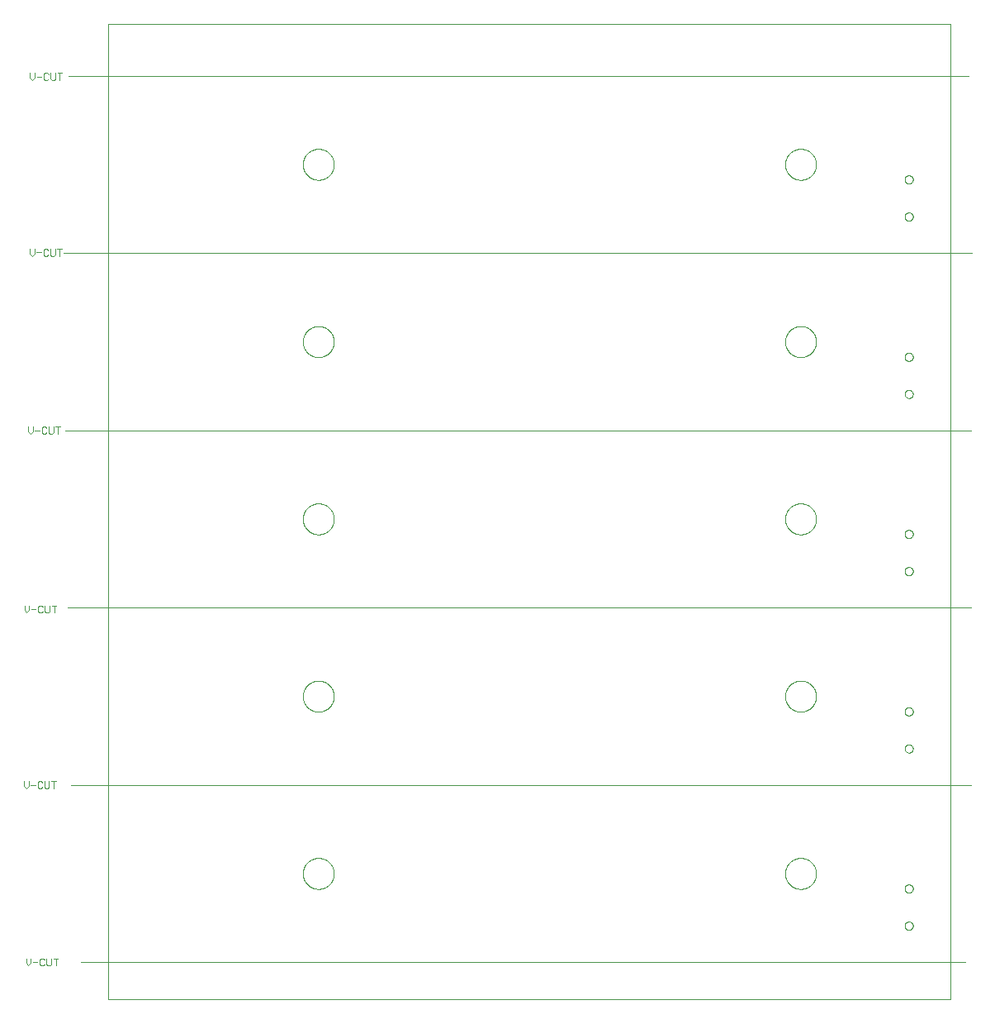
<source format=gbp>
G75*
%MOIN*%
%OFA0B0*%
%FSLAX25Y25*%
%IPPOS*%
%LPD*%
%AMOC8*
5,1,8,0,0,1.08239X$1,22.5*
%
%ADD10C,0.00000*%
%ADD11C,0.00200*%
D10*
X0025950Y0016000D02*
X0036950Y0016000D01*
X0036950Y0001000D01*
X0376950Y0001000D01*
X0376950Y0016000D01*
X0382950Y0016000D01*
X0376950Y0016000D02*
X0036950Y0016000D01*
X0036950Y0087500D01*
X0022148Y0087500D01*
X0036950Y0087500D02*
X0036950Y0159000D01*
X0020648Y0159000D01*
X0036950Y0159000D02*
X0036950Y0230500D01*
X0019648Y0230500D01*
X0036950Y0230500D02*
X0036950Y0302000D01*
X0019148Y0302000D01*
X0036950Y0302000D02*
X0036950Y0373500D01*
X0020948Y0373500D01*
X0036950Y0373500D02*
X0036950Y0394500D01*
X0376950Y0394500D01*
X0376950Y0373500D01*
X0384409Y0373500D01*
X0376950Y0373500D02*
X0376950Y0302000D01*
X0385609Y0302000D01*
X0376950Y0302000D02*
X0036950Y0302000D01*
X0036950Y0373500D02*
X0376950Y0373500D01*
X0358614Y0331743D02*
X0358616Y0331824D01*
X0358622Y0331906D01*
X0358632Y0331987D01*
X0358646Y0332067D01*
X0358663Y0332146D01*
X0358685Y0332225D01*
X0358710Y0332302D01*
X0358739Y0332379D01*
X0358772Y0332453D01*
X0358809Y0332526D01*
X0358848Y0332597D01*
X0358892Y0332666D01*
X0358938Y0332733D01*
X0358988Y0332797D01*
X0359041Y0332859D01*
X0359097Y0332919D01*
X0359155Y0332975D01*
X0359217Y0333029D01*
X0359281Y0333080D01*
X0359347Y0333127D01*
X0359415Y0333171D01*
X0359486Y0333212D01*
X0359558Y0333249D01*
X0359633Y0333283D01*
X0359708Y0333313D01*
X0359786Y0333339D01*
X0359864Y0333362D01*
X0359943Y0333380D01*
X0360023Y0333395D01*
X0360104Y0333406D01*
X0360185Y0333413D01*
X0360267Y0333416D01*
X0360348Y0333415D01*
X0360429Y0333410D01*
X0360510Y0333401D01*
X0360591Y0333388D01*
X0360671Y0333371D01*
X0360749Y0333351D01*
X0360827Y0333326D01*
X0360904Y0333298D01*
X0360979Y0333266D01*
X0361052Y0333231D01*
X0361123Y0333192D01*
X0361193Y0333149D01*
X0361260Y0333104D01*
X0361326Y0333055D01*
X0361388Y0333003D01*
X0361448Y0332947D01*
X0361505Y0332889D01*
X0361560Y0332829D01*
X0361611Y0332765D01*
X0361659Y0332700D01*
X0361704Y0332632D01*
X0361746Y0332562D01*
X0361784Y0332490D01*
X0361819Y0332416D01*
X0361850Y0332341D01*
X0361877Y0332264D01*
X0361900Y0332186D01*
X0361920Y0332107D01*
X0361936Y0332027D01*
X0361948Y0331946D01*
X0361956Y0331865D01*
X0361960Y0331784D01*
X0361960Y0331702D01*
X0361956Y0331621D01*
X0361948Y0331540D01*
X0361936Y0331459D01*
X0361920Y0331379D01*
X0361900Y0331300D01*
X0361877Y0331222D01*
X0361850Y0331145D01*
X0361819Y0331070D01*
X0361784Y0330996D01*
X0361746Y0330924D01*
X0361704Y0330854D01*
X0361659Y0330786D01*
X0361611Y0330721D01*
X0361560Y0330657D01*
X0361505Y0330597D01*
X0361448Y0330539D01*
X0361388Y0330483D01*
X0361326Y0330431D01*
X0361260Y0330382D01*
X0361193Y0330337D01*
X0361124Y0330294D01*
X0361052Y0330255D01*
X0360979Y0330220D01*
X0360904Y0330188D01*
X0360827Y0330160D01*
X0360749Y0330135D01*
X0360671Y0330115D01*
X0360591Y0330098D01*
X0360510Y0330085D01*
X0360429Y0330076D01*
X0360348Y0330071D01*
X0360267Y0330070D01*
X0360185Y0330073D01*
X0360104Y0330080D01*
X0360023Y0330091D01*
X0359943Y0330106D01*
X0359864Y0330124D01*
X0359786Y0330147D01*
X0359708Y0330173D01*
X0359633Y0330203D01*
X0359558Y0330237D01*
X0359486Y0330274D01*
X0359415Y0330315D01*
X0359347Y0330359D01*
X0359281Y0330406D01*
X0359217Y0330457D01*
X0359155Y0330511D01*
X0359097Y0330567D01*
X0359041Y0330627D01*
X0358988Y0330689D01*
X0358938Y0330753D01*
X0358892Y0330820D01*
X0358848Y0330889D01*
X0358809Y0330960D01*
X0358772Y0331033D01*
X0358739Y0331107D01*
X0358710Y0331184D01*
X0358685Y0331261D01*
X0358663Y0331340D01*
X0358646Y0331419D01*
X0358632Y0331499D01*
X0358622Y0331580D01*
X0358616Y0331662D01*
X0358614Y0331743D01*
X0358614Y0316782D02*
X0358616Y0316863D01*
X0358622Y0316945D01*
X0358632Y0317026D01*
X0358646Y0317106D01*
X0358663Y0317185D01*
X0358685Y0317264D01*
X0358710Y0317341D01*
X0358739Y0317418D01*
X0358772Y0317492D01*
X0358809Y0317565D01*
X0358848Y0317636D01*
X0358892Y0317705D01*
X0358938Y0317772D01*
X0358988Y0317836D01*
X0359041Y0317898D01*
X0359097Y0317958D01*
X0359155Y0318014D01*
X0359217Y0318068D01*
X0359281Y0318119D01*
X0359347Y0318166D01*
X0359415Y0318210D01*
X0359486Y0318251D01*
X0359558Y0318288D01*
X0359633Y0318322D01*
X0359708Y0318352D01*
X0359786Y0318378D01*
X0359864Y0318401D01*
X0359943Y0318419D01*
X0360023Y0318434D01*
X0360104Y0318445D01*
X0360185Y0318452D01*
X0360267Y0318455D01*
X0360348Y0318454D01*
X0360429Y0318449D01*
X0360510Y0318440D01*
X0360591Y0318427D01*
X0360671Y0318410D01*
X0360749Y0318390D01*
X0360827Y0318365D01*
X0360904Y0318337D01*
X0360979Y0318305D01*
X0361052Y0318270D01*
X0361123Y0318231D01*
X0361193Y0318188D01*
X0361260Y0318143D01*
X0361326Y0318094D01*
X0361388Y0318042D01*
X0361448Y0317986D01*
X0361505Y0317928D01*
X0361560Y0317868D01*
X0361611Y0317804D01*
X0361659Y0317739D01*
X0361704Y0317671D01*
X0361746Y0317601D01*
X0361784Y0317529D01*
X0361819Y0317455D01*
X0361850Y0317380D01*
X0361877Y0317303D01*
X0361900Y0317225D01*
X0361920Y0317146D01*
X0361936Y0317066D01*
X0361948Y0316985D01*
X0361956Y0316904D01*
X0361960Y0316823D01*
X0361960Y0316741D01*
X0361956Y0316660D01*
X0361948Y0316579D01*
X0361936Y0316498D01*
X0361920Y0316418D01*
X0361900Y0316339D01*
X0361877Y0316261D01*
X0361850Y0316184D01*
X0361819Y0316109D01*
X0361784Y0316035D01*
X0361746Y0315963D01*
X0361704Y0315893D01*
X0361659Y0315825D01*
X0361611Y0315760D01*
X0361560Y0315696D01*
X0361505Y0315636D01*
X0361448Y0315578D01*
X0361388Y0315522D01*
X0361326Y0315470D01*
X0361260Y0315421D01*
X0361193Y0315376D01*
X0361124Y0315333D01*
X0361052Y0315294D01*
X0360979Y0315259D01*
X0360904Y0315227D01*
X0360827Y0315199D01*
X0360749Y0315174D01*
X0360671Y0315154D01*
X0360591Y0315137D01*
X0360510Y0315124D01*
X0360429Y0315115D01*
X0360348Y0315110D01*
X0360267Y0315109D01*
X0360185Y0315112D01*
X0360104Y0315119D01*
X0360023Y0315130D01*
X0359943Y0315145D01*
X0359864Y0315163D01*
X0359786Y0315186D01*
X0359708Y0315212D01*
X0359633Y0315242D01*
X0359558Y0315276D01*
X0359486Y0315313D01*
X0359415Y0315354D01*
X0359347Y0315398D01*
X0359281Y0315445D01*
X0359217Y0315496D01*
X0359155Y0315550D01*
X0359097Y0315606D01*
X0359041Y0315666D01*
X0358988Y0315728D01*
X0358938Y0315792D01*
X0358892Y0315859D01*
X0358848Y0315928D01*
X0358809Y0315999D01*
X0358772Y0316072D01*
X0358739Y0316146D01*
X0358710Y0316223D01*
X0358685Y0316300D01*
X0358663Y0316379D01*
X0358646Y0316458D01*
X0358632Y0316538D01*
X0358622Y0316619D01*
X0358616Y0316701D01*
X0358614Y0316782D01*
X0376950Y0302000D02*
X0376950Y0230500D01*
X0385509Y0230500D01*
X0376950Y0230500D02*
X0036950Y0230500D01*
X0036950Y0159000D02*
X0376950Y0159000D01*
X0385509Y0159000D01*
X0376950Y0159000D02*
X0376950Y0230500D01*
X0358614Y0245282D02*
X0358616Y0245363D01*
X0358622Y0245445D01*
X0358632Y0245526D01*
X0358646Y0245606D01*
X0358663Y0245685D01*
X0358685Y0245764D01*
X0358710Y0245841D01*
X0358739Y0245918D01*
X0358772Y0245992D01*
X0358809Y0246065D01*
X0358848Y0246136D01*
X0358892Y0246205D01*
X0358938Y0246272D01*
X0358988Y0246336D01*
X0359041Y0246398D01*
X0359097Y0246458D01*
X0359155Y0246514D01*
X0359217Y0246568D01*
X0359281Y0246619D01*
X0359347Y0246666D01*
X0359415Y0246710D01*
X0359486Y0246751D01*
X0359558Y0246788D01*
X0359633Y0246822D01*
X0359708Y0246852D01*
X0359786Y0246878D01*
X0359864Y0246901D01*
X0359943Y0246919D01*
X0360023Y0246934D01*
X0360104Y0246945D01*
X0360185Y0246952D01*
X0360267Y0246955D01*
X0360348Y0246954D01*
X0360429Y0246949D01*
X0360510Y0246940D01*
X0360591Y0246927D01*
X0360671Y0246910D01*
X0360749Y0246890D01*
X0360827Y0246865D01*
X0360904Y0246837D01*
X0360979Y0246805D01*
X0361052Y0246770D01*
X0361123Y0246731D01*
X0361193Y0246688D01*
X0361260Y0246643D01*
X0361326Y0246594D01*
X0361388Y0246542D01*
X0361448Y0246486D01*
X0361505Y0246428D01*
X0361560Y0246368D01*
X0361611Y0246304D01*
X0361659Y0246239D01*
X0361704Y0246171D01*
X0361746Y0246101D01*
X0361784Y0246029D01*
X0361819Y0245955D01*
X0361850Y0245880D01*
X0361877Y0245803D01*
X0361900Y0245725D01*
X0361920Y0245646D01*
X0361936Y0245566D01*
X0361948Y0245485D01*
X0361956Y0245404D01*
X0361960Y0245323D01*
X0361960Y0245241D01*
X0361956Y0245160D01*
X0361948Y0245079D01*
X0361936Y0244998D01*
X0361920Y0244918D01*
X0361900Y0244839D01*
X0361877Y0244761D01*
X0361850Y0244684D01*
X0361819Y0244609D01*
X0361784Y0244535D01*
X0361746Y0244463D01*
X0361704Y0244393D01*
X0361659Y0244325D01*
X0361611Y0244260D01*
X0361560Y0244196D01*
X0361505Y0244136D01*
X0361448Y0244078D01*
X0361388Y0244022D01*
X0361326Y0243970D01*
X0361260Y0243921D01*
X0361193Y0243876D01*
X0361124Y0243833D01*
X0361052Y0243794D01*
X0360979Y0243759D01*
X0360904Y0243727D01*
X0360827Y0243699D01*
X0360749Y0243674D01*
X0360671Y0243654D01*
X0360591Y0243637D01*
X0360510Y0243624D01*
X0360429Y0243615D01*
X0360348Y0243610D01*
X0360267Y0243609D01*
X0360185Y0243612D01*
X0360104Y0243619D01*
X0360023Y0243630D01*
X0359943Y0243645D01*
X0359864Y0243663D01*
X0359786Y0243686D01*
X0359708Y0243712D01*
X0359633Y0243742D01*
X0359558Y0243776D01*
X0359486Y0243813D01*
X0359415Y0243854D01*
X0359347Y0243898D01*
X0359281Y0243945D01*
X0359217Y0243996D01*
X0359155Y0244050D01*
X0359097Y0244106D01*
X0359041Y0244166D01*
X0358988Y0244228D01*
X0358938Y0244292D01*
X0358892Y0244359D01*
X0358848Y0244428D01*
X0358809Y0244499D01*
X0358772Y0244572D01*
X0358739Y0244646D01*
X0358710Y0244723D01*
X0358685Y0244800D01*
X0358663Y0244879D01*
X0358646Y0244958D01*
X0358632Y0245038D01*
X0358622Y0245119D01*
X0358616Y0245201D01*
X0358614Y0245282D01*
X0358614Y0260243D02*
X0358616Y0260324D01*
X0358622Y0260406D01*
X0358632Y0260487D01*
X0358646Y0260567D01*
X0358663Y0260646D01*
X0358685Y0260725D01*
X0358710Y0260802D01*
X0358739Y0260879D01*
X0358772Y0260953D01*
X0358809Y0261026D01*
X0358848Y0261097D01*
X0358892Y0261166D01*
X0358938Y0261233D01*
X0358988Y0261297D01*
X0359041Y0261359D01*
X0359097Y0261419D01*
X0359155Y0261475D01*
X0359217Y0261529D01*
X0359281Y0261580D01*
X0359347Y0261627D01*
X0359415Y0261671D01*
X0359486Y0261712D01*
X0359558Y0261749D01*
X0359633Y0261783D01*
X0359708Y0261813D01*
X0359786Y0261839D01*
X0359864Y0261862D01*
X0359943Y0261880D01*
X0360023Y0261895D01*
X0360104Y0261906D01*
X0360185Y0261913D01*
X0360267Y0261916D01*
X0360348Y0261915D01*
X0360429Y0261910D01*
X0360510Y0261901D01*
X0360591Y0261888D01*
X0360671Y0261871D01*
X0360749Y0261851D01*
X0360827Y0261826D01*
X0360904Y0261798D01*
X0360979Y0261766D01*
X0361052Y0261731D01*
X0361123Y0261692D01*
X0361193Y0261649D01*
X0361260Y0261604D01*
X0361326Y0261555D01*
X0361388Y0261503D01*
X0361448Y0261447D01*
X0361505Y0261389D01*
X0361560Y0261329D01*
X0361611Y0261265D01*
X0361659Y0261200D01*
X0361704Y0261132D01*
X0361746Y0261062D01*
X0361784Y0260990D01*
X0361819Y0260916D01*
X0361850Y0260841D01*
X0361877Y0260764D01*
X0361900Y0260686D01*
X0361920Y0260607D01*
X0361936Y0260527D01*
X0361948Y0260446D01*
X0361956Y0260365D01*
X0361960Y0260284D01*
X0361960Y0260202D01*
X0361956Y0260121D01*
X0361948Y0260040D01*
X0361936Y0259959D01*
X0361920Y0259879D01*
X0361900Y0259800D01*
X0361877Y0259722D01*
X0361850Y0259645D01*
X0361819Y0259570D01*
X0361784Y0259496D01*
X0361746Y0259424D01*
X0361704Y0259354D01*
X0361659Y0259286D01*
X0361611Y0259221D01*
X0361560Y0259157D01*
X0361505Y0259097D01*
X0361448Y0259039D01*
X0361388Y0258983D01*
X0361326Y0258931D01*
X0361260Y0258882D01*
X0361193Y0258837D01*
X0361124Y0258794D01*
X0361052Y0258755D01*
X0360979Y0258720D01*
X0360904Y0258688D01*
X0360827Y0258660D01*
X0360749Y0258635D01*
X0360671Y0258615D01*
X0360591Y0258598D01*
X0360510Y0258585D01*
X0360429Y0258576D01*
X0360348Y0258571D01*
X0360267Y0258570D01*
X0360185Y0258573D01*
X0360104Y0258580D01*
X0360023Y0258591D01*
X0359943Y0258606D01*
X0359864Y0258624D01*
X0359786Y0258647D01*
X0359708Y0258673D01*
X0359633Y0258703D01*
X0359558Y0258737D01*
X0359486Y0258774D01*
X0359415Y0258815D01*
X0359347Y0258859D01*
X0359281Y0258906D01*
X0359217Y0258957D01*
X0359155Y0259011D01*
X0359097Y0259067D01*
X0359041Y0259127D01*
X0358988Y0259189D01*
X0358938Y0259253D01*
X0358892Y0259320D01*
X0358848Y0259389D01*
X0358809Y0259460D01*
X0358772Y0259533D01*
X0358739Y0259607D01*
X0358710Y0259684D01*
X0358685Y0259761D01*
X0358663Y0259840D01*
X0358646Y0259919D01*
X0358632Y0259999D01*
X0358622Y0260080D01*
X0358616Y0260162D01*
X0358614Y0260243D01*
X0310399Y0266362D02*
X0310401Y0266520D01*
X0310407Y0266677D01*
X0310417Y0266835D01*
X0310431Y0266992D01*
X0310449Y0267148D01*
X0310470Y0267305D01*
X0310496Y0267460D01*
X0310526Y0267615D01*
X0310559Y0267769D01*
X0310597Y0267922D01*
X0310638Y0268075D01*
X0310683Y0268226D01*
X0310732Y0268376D01*
X0310785Y0268524D01*
X0310841Y0268672D01*
X0310902Y0268817D01*
X0310965Y0268962D01*
X0311033Y0269104D01*
X0311104Y0269245D01*
X0311178Y0269384D01*
X0311256Y0269521D01*
X0311338Y0269656D01*
X0311422Y0269789D01*
X0311511Y0269920D01*
X0311602Y0270048D01*
X0311697Y0270175D01*
X0311794Y0270298D01*
X0311895Y0270420D01*
X0311999Y0270538D01*
X0312106Y0270654D01*
X0312216Y0270767D01*
X0312328Y0270878D01*
X0312444Y0270985D01*
X0312562Y0271090D01*
X0312682Y0271192D01*
X0312805Y0271290D01*
X0312931Y0271386D01*
X0313059Y0271478D01*
X0313189Y0271567D01*
X0313321Y0271653D01*
X0313456Y0271735D01*
X0313593Y0271814D01*
X0313731Y0271889D01*
X0313871Y0271961D01*
X0314014Y0272029D01*
X0314157Y0272094D01*
X0314303Y0272155D01*
X0314450Y0272212D01*
X0314598Y0272266D01*
X0314748Y0272316D01*
X0314898Y0272362D01*
X0315050Y0272404D01*
X0315203Y0272443D01*
X0315357Y0272477D01*
X0315512Y0272508D01*
X0315667Y0272534D01*
X0315823Y0272557D01*
X0315980Y0272576D01*
X0316137Y0272591D01*
X0316294Y0272602D01*
X0316452Y0272609D01*
X0316610Y0272612D01*
X0316767Y0272611D01*
X0316925Y0272606D01*
X0317082Y0272597D01*
X0317240Y0272584D01*
X0317396Y0272567D01*
X0317553Y0272546D01*
X0317708Y0272522D01*
X0317863Y0272493D01*
X0318018Y0272460D01*
X0318171Y0272424D01*
X0318324Y0272383D01*
X0318475Y0272339D01*
X0318625Y0272291D01*
X0318774Y0272240D01*
X0318922Y0272184D01*
X0319068Y0272125D01*
X0319213Y0272062D01*
X0319356Y0271995D01*
X0319497Y0271925D01*
X0319636Y0271852D01*
X0319774Y0271775D01*
X0319910Y0271694D01*
X0320043Y0271610D01*
X0320174Y0271523D01*
X0320303Y0271432D01*
X0320430Y0271338D01*
X0320555Y0271241D01*
X0320676Y0271141D01*
X0320796Y0271038D01*
X0320912Y0270932D01*
X0321026Y0270823D01*
X0321138Y0270711D01*
X0321246Y0270597D01*
X0321351Y0270479D01*
X0321454Y0270359D01*
X0321553Y0270237D01*
X0321649Y0270112D01*
X0321742Y0269984D01*
X0321832Y0269855D01*
X0321918Y0269723D01*
X0322002Y0269589D01*
X0322081Y0269453D01*
X0322158Y0269315D01*
X0322230Y0269175D01*
X0322299Y0269033D01*
X0322365Y0268890D01*
X0322427Y0268745D01*
X0322485Y0268598D01*
X0322540Y0268450D01*
X0322591Y0268301D01*
X0322638Y0268150D01*
X0322681Y0267999D01*
X0322720Y0267846D01*
X0322756Y0267692D01*
X0322787Y0267538D01*
X0322815Y0267383D01*
X0322839Y0267227D01*
X0322859Y0267070D01*
X0322875Y0266913D01*
X0322887Y0266756D01*
X0322895Y0266599D01*
X0322899Y0266441D01*
X0322899Y0266283D01*
X0322895Y0266125D01*
X0322887Y0265968D01*
X0322875Y0265811D01*
X0322859Y0265654D01*
X0322839Y0265497D01*
X0322815Y0265341D01*
X0322787Y0265186D01*
X0322756Y0265032D01*
X0322720Y0264878D01*
X0322681Y0264725D01*
X0322638Y0264574D01*
X0322591Y0264423D01*
X0322540Y0264274D01*
X0322485Y0264126D01*
X0322427Y0263979D01*
X0322365Y0263834D01*
X0322299Y0263691D01*
X0322230Y0263549D01*
X0322158Y0263409D01*
X0322081Y0263271D01*
X0322002Y0263135D01*
X0321918Y0263001D01*
X0321832Y0262869D01*
X0321742Y0262740D01*
X0321649Y0262612D01*
X0321553Y0262487D01*
X0321454Y0262365D01*
X0321351Y0262245D01*
X0321246Y0262127D01*
X0321138Y0262013D01*
X0321026Y0261901D01*
X0320912Y0261792D01*
X0320796Y0261686D01*
X0320676Y0261583D01*
X0320555Y0261483D01*
X0320430Y0261386D01*
X0320303Y0261292D01*
X0320174Y0261201D01*
X0320043Y0261114D01*
X0319910Y0261030D01*
X0319774Y0260949D01*
X0319636Y0260872D01*
X0319497Y0260799D01*
X0319356Y0260729D01*
X0319213Y0260662D01*
X0319068Y0260599D01*
X0318922Y0260540D01*
X0318774Y0260484D01*
X0318625Y0260433D01*
X0318475Y0260385D01*
X0318324Y0260341D01*
X0318171Y0260300D01*
X0318018Y0260264D01*
X0317863Y0260231D01*
X0317708Y0260202D01*
X0317553Y0260178D01*
X0317396Y0260157D01*
X0317240Y0260140D01*
X0317082Y0260127D01*
X0316925Y0260118D01*
X0316767Y0260113D01*
X0316610Y0260112D01*
X0316452Y0260115D01*
X0316294Y0260122D01*
X0316137Y0260133D01*
X0315980Y0260148D01*
X0315823Y0260167D01*
X0315667Y0260190D01*
X0315512Y0260216D01*
X0315357Y0260247D01*
X0315203Y0260281D01*
X0315050Y0260320D01*
X0314898Y0260362D01*
X0314748Y0260408D01*
X0314598Y0260458D01*
X0314450Y0260512D01*
X0314303Y0260569D01*
X0314157Y0260630D01*
X0314014Y0260695D01*
X0313871Y0260763D01*
X0313731Y0260835D01*
X0313593Y0260910D01*
X0313456Y0260989D01*
X0313321Y0261071D01*
X0313189Y0261157D01*
X0313059Y0261246D01*
X0312931Y0261338D01*
X0312805Y0261434D01*
X0312682Y0261532D01*
X0312562Y0261634D01*
X0312444Y0261739D01*
X0312328Y0261846D01*
X0312216Y0261957D01*
X0312106Y0262070D01*
X0311999Y0262186D01*
X0311895Y0262304D01*
X0311794Y0262426D01*
X0311697Y0262549D01*
X0311602Y0262676D01*
X0311511Y0262804D01*
X0311422Y0262935D01*
X0311338Y0263068D01*
X0311256Y0263203D01*
X0311178Y0263340D01*
X0311104Y0263479D01*
X0311033Y0263620D01*
X0310965Y0263762D01*
X0310902Y0263907D01*
X0310841Y0264052D01*
X0310785Y0264200D01*
X0310732Y0264348D01*
X0310683Y0264498D01*
X0310638Y0264649D01*
X0310597Y0264802D01*
X0310559Y0264955D01*
X0310526Y0265109D01*
X0310496Y0265264D01*
X0310470Y0265419D01*
X0310449Y0265576D01*
X0310431Y0265732D01*
X0310417Y0265889D01*
X0310407Y0266047D01*
X0310401Y0266204D01*
X0310399Y0266362D01*
X0310399Y0194862D02*
X0310401Y0195020D01*
X0310407Y0195177D01*
X0310417Y0195335D01*
X0310431Y0195492D01*
X0310449Y0195648D01*
X0310470Y0195805D01*
X0310496Y0195960D01*
X0310526Y0196115D01*
X0310559Y0196269D01*
X0310597Y0196422D01*
X0310638Y0196575D01*
X0310683Y0196726D01*
X0310732Y0196876D01*
X0310785Y0197024D01*
X0310841Y0197172D01*
X0310902Y0197317D01*
X0310965Y0197462D01*
X0311033Y0197604D01*
X0311104Y0197745D01*
X0311178Y0197884D01*
X0311256Y0198021D01*
X0311338Y0198156D01*
X0311422Y0198289D01*
X0311511Y0198420D01*
X0311602Y0198548D01*
X0311697Y0198675D01*
X0311794Y0198798D01*
X0311895Y0198920D01*
X0311999Y0199038D01*
X0312106Y0199154D01*
X0312216Y0199267D01*
X0312328Y0199378D01*
X0312444Y0199485D01*
X0312562Y0199590D01*
X0312682Y0199692D01*
X0312805Y0199790D01*
X0312931Y0199886D01*
X0313059Y0199978D01*
X0313189Y0200067D01*
X0313321Y0200153D01*
X0313456Y0200235D01*
X0313593Y0200314D01*
X0313731Y0200389D01*
X0313871Y0200461D01*
X0314014Y0200529D01*
X0314157Y0200594D01*
X0314303Y0200655D01*
X0314450Y0200712D01*
X0314598Y0200766D01*
X0314748Y0200816D01*
X0314898Y0200862D01*
X0315050Y0200904D01*
X0315203Y0200943D01*
X0315357Y0200977D01*
X0315512Y0201008D01*
X0315667Y0201034D01*
X0315823Y0201057D01*
X0315980Y0201076D01*
X0316137Y0201091D01*
X0316294Y0201102D01*
X0316452Y0201109D01*
X0316610Y0201112D01*
X0316767Y0201111D01*
X0316925Y0201106D01*
X0317082Y0201097D01*
X0317240Y0201084D01*
X0317396Y0201067D01*
X0317553Y0201046D01*
X0317708Y0201022D01*
X0317863Y0200993D01*
X0318018Y0200960D01*
X0318171Y0200924D01*
X0318324Y0200883D01*
X0318475Y0200839D01*
X0318625Y0200791D01*
X0318774Y0200740D01*
X0318922Y0200684D01*
X0319068Y0200625D01*
X0319213Y0200562D01*
X0319356Y0200495D01*
X0319497Y0200425D01*
X0319636Y0200352D01*
X0319774Y0200275D01*
X0319910Y0200194D01*
X0320043Y0200110D01*
X0320174Y0200023D01*
X0320303Y0199932D01*
X0320430Y0199838D01*
X0320555Y0199741D01*
X0320676Y0199641D01*
X0320796Y0199538D01*
X0320912Y0199432D01*
X0321026Y0199323D01*
X0321138Y0199211D01*
X0321246Y0199097D01*
X0321351Y0198979D01*
X0321454Y0198859D01*
X0321553Y0198737D01*
X0321649Y0198612D01*
X0321742Y0198484D01*
X0321832Y0198355D01*
X0321918Y0198223D01*
X0322002Y0198089D01*
X0322081Y0197953D01*
X0322158Y0197815D01*
X0322230Y0197675D01*
X0322299Y0197533D01*
X0322365Y0197390D01*
X0322427Y0197245D01*
X0322485Y0197098D01*
X0322540Y0196950D01*
X0322591Y0196801D01*
X0322638Y0196650D01*
X0322681Y0196499D01*
X0322720Y0196346D01*
X0322756Y0196192D01*
X0322787Y0196038D01*
X0322815Y0195883D01*
X0322839Y0195727D01*
X0322859Y0195570D01*
X0322875Y0195413D01*
X0322887Y0195256D01*
X0322895Y0195099D01*
X0322899Y0194941D01*
X0322899Y0194783D01*
X0322895Y0194625D01*
X0322887Y0194468D01*
X0322875Y0194311D01*
X0322859Y0194154D01*
X0322839Y0193997D01*
X0322815Y0193841D01*
X0322787Y0193686D01*
X0322756Y0193532D01*
X0322720Y0193378D01*
X0322681Y0193225D01*
X0322638Y0193074D01*
X0322591Y0192923D01*
X0322540Y0192774D01*
X0322485Y0192626D01*
X0322427Y0192479D01*
X0322365Y0192334D01*
X0322299Y0192191D01*
X0322230Y0192049D01*
X0322158Y0191909D01*
X0322081Y0191771D01*
X0322002Y0191635D01*
X0321918Y0191501D01*
X0321832Y0191369D01*
X0321742Y0191240D01*
X0321649Y0191112D01*
X0321553Y0190987D01*
X0321454Y0190865D01*
X0321351Y0190745D01*
X0321246Y0190627D01*
X0321138Y0190513D01*
X0321026Y0190401D01*
X0320912Y0190292D01*
X0320796Y0190186D01*
X0320676Y0190083D01*
X0320555Y0189983D01*
X0320430Y0189886D01*
X0320303Y0189792D01*
X0320174Y0189701D01*
X0320043Y0189614D01*
X0319910Y0189530D01*
X0319774Y0189449D01*
X0319636Y0189372D01*
X0319497Y0189299D01*
X0319356Y0189229D01*
X0319213Y0189162D01*
X0319068Y0189099D01*
X0318922Y0189040D01*
X0318774Y0188984D01*
X0318625Y0188933D01*
X0318475Y0188885D01*
X0318324Y0188841D01*
X0318171Y0188800D01*
X0318018Y0188764D01*
X0317863Y0188731D01*
X0317708Y0188702D01*
X0317553Y0188678D01*
X0317396Y0188657D01*
X0317240Y0188640D01*
X0317082Y0188627D01*
X0316925Y0188618D01*
X0316767Y0188613D01*
X0316610Y0188612D01*
X0316452Y0188615D01*
X0316294Y0188622D01*
X0316137Y0188633D01*
X0315980Y0188648D01*
X0315823Y0188667D01*
X0315667Y0188690D01*
X0315512Y0188716D01*
X0315357Y0188747D01*
X0315203Y0188781D01*
X0315050Y0188820D01*
X0314898Y0188862D01*
X0314748Y0188908D01*
X0314598Y0188958D01*
X0314450Y0189012D01*
X0314303Y0189069D01*
X0314157Y0189130D01*
X0314014Y0189195D01*
X0313871Y0189263D01*
X0313731Y0189335D01*
X0313593Y0189410D01*
X0313456Y0189489D01*
X0313321Y0189571D01*
X0313189Y0189657D01*
X0313059Y0189746D01*
X0312931Y0189838D01*
X0312805Y0189934D01*
X0312682Y0190032D01*
X0312562Y0190134D01*
X0312444Y0190239D01*
X0312328Y0190346D01*
X0312216Y0190457D01*
X0312106Y0190570D01*
X0311999Y0190686D01*
X0311895Y0190804D01*
X0311794Y0190926D01*
X0311697Y0191049D01*
X0311602Y0191176D01*
X0311511Y0191304D01*
X0311422Y0191435D01*
X0311338Y0191568D01*
X0311256Y0191703D01*
X0311178Y0191840D01*
X0311104Y0191979D01*
X0311033Y0192120D01*
X0310965Y0192262D01*
X0310902Y0192407D01*
X0310841Y0192552D01*
X0310785Y0192700D01*
X0310732Y0192848D01*
X0310683Y0192998D01*
X0310638Y0193149D01*
X0310597Y0193302D01*
X0310559Y0193455D01*
X0310526Y0193609D01*
X0310496Y0193764D01*
X0310470Y0193919D01*
X0310449Y0194076D01*
X0310431Y0194232D01*
X0310417Y0194389D01*
X0310407Y0194547D01*
X0310401Y0194704D01*
X0310399Y0194862D01*
X0358614Y0188743D02*
X0358616Y0188824D01*
X0358622Y0188906D01*
X0358632Y0188987D01*
X0358646Y0189067D01*
X0358663Y0189146D01*
X0358685Y0189225D01*
X0358710Y0189302D01*
X0358739Y0189379D01*
X0358772Y0189453D01*
X0358809Y0189526D01*
X0358848Y0189597D01*
X0358892Y0189666D01*
X0358938Y0189733D01*
X0358988Y0189797D01*
X0359041Y0189859D01*
X0359097Y0189919D01*
X0359155Y0189975D01*
X0359217Y0190029D01*
X0359281Y0190080D01*
X0359347Y0190127D01*
X0359415Y0190171D01*
X0359486Y0190212D01*
X0359558Y0190249D01*
X0359633Y0190283D01*
X0359708Y0190313D01*
X0359786Y0190339D01*
X0359864Y0190362D01*
X0359943Y0190380D01*
X0360023Y0190395D01*
X0360104Y0190406D01*
X0360185Y0190413D01*
X0360267Y0190416D01*
X0360348Y0190415D01*
X0360429Y0190410D01*
X0360510Y0190401D01*
X0360591Y0190388D01*
X0360671Y0190371D01*
X0360749Y0190351D01*
X0360827Y0190326D01*
X0360904Y0190298D01*
X0360979Y0190266D01*
X0361052Y0190231D01*
X0361123Y0190192D01*
X0361193Y0190149D01*
X0361260Y0190104D01*
X0361326Y0190055D01*
X0361388Y0190003D01*
X0361448Y0189947D01*
X0361505Y0189889D01*
X0361560Y0189829D01*
X0361611Y0189765D01*
X0361659Y0189700D01*
X0361704Y0189632D01*
X0361746Y0189562D01*
X0361784Y0189490D01*
X0361819Y0189416D01*
X0361850Y0189341D01*
X0361877Y0189264D01*
X0361900Y0189186D01*
X0361920Y0189107D01*
X0361936Y0189027D01*
X0361948Y0188946D01*
X0361956Y0188865D01*
X0361960Y0188784D01*
X0361960Y0188702D01*
X0361956Y0188621D01*
X0361948Y0188540D01*
X0361936Y0188459D01*
X0361920Y0188379D01*
X0361900Y0188300D01*
X0361877Y0188222D01*
X0361850Y0188145D01*
X0361819Y0188070D01*
X0361784Y0187996D01*
X0361746Y0187924D01*
X0361704Y0187854D01*
X0361659Y0187786D01*
X0361611Y0187721D01*
X0361560Y0187657D01*
X0361505Y0187597D01*
X0361448Y0187539D01*
X0361388Y0187483D01*
X0361326Y0187431D01*
X0361260Y0187382D01*
X0361193Y0187337D01*
X0361124Y0187294D01*
X0361052Y0187255D01*
X0360979Y0187220D01*
X0360904Y0187188D01*
X0360827Y0187160D01*
X0360749Y0187135D01*
X0360671Y0187115D01*
X0360591Y0187098D01*
X0360510Y0187085D01*
X0360429Y0187076D01*
X0360348Y0187071D01*
X0360267Y0187070D01*
X0360185Y0187073D01*
X0360104Y0187080D01*
X0360023Y0187091D01*
X0359943Y0187106D01*
X0359864Y0187124D01*
X0359786Y0187147D01*
X0359708Y0187173D01*
X0359633Y0187203D01*
X0359558Y0187237D01*
X0359486Y0187274D01*
X0359415Y0187315D01*
X0359347Y0187359D01*
X0359281Y0187406D01*
X0359217Y0187457D01*
X0359155Y0187511D01*
X0359097Y0187567D01*
X0359041Y0187627D01*
X0358988Y0187689D01*
X0358938Y0187753D01*
X0358892Y0187820D01*
X0358848Y0187889D01*
X0358809Y0187960D01*
X0358772Y0188033D01*
X0358739Y0188107D01*
X0358710Y0188184D01*
X0358685Y0188261D01*
X0358663Y0188340D01*
X0358646Y0188419D01*
X0358632Y0188499D01*
X0358622Y0188580D01*
X0358616Y0188662D01*
X0358614Y0188743D01*
X0358614Y0173782D02*
X0358616Y0173863D01*
X0358622Y0173945D01*
X0358632Y0174026D01*
X0358646Y0174106D01*
X0358663Y0174185D01*
X0358685Y0174264D01*
X0358710Y0174341D01*
X0358739Y0174418D01*
X0358772Y0174492D01*
X0358809Y0174565D01*
X0358848Y0174636D01*
X0358892Y0174705D01*
X0358938Y0174772D01*
X0358988Y0174836D01*
X0359041Y0174898D01*
X0359097Y0174958D01*
X0359155Y0175014D01*
X0359217Y0175068D01*
X0359281Y0175119D01*
X0359347Y0175166D01*
X0359415Y0175210D01*
X0359486Y0175251D01*
X0359558Y0175288D01*
X0359633Y0175322D01*
X0359708Y0175352D01*
X0359786Y0175378D01*
X0359864Y0175401D01*
X0359943Y0175419D01*
X0360023Y0175434D01*
X0360104Y0175445D01*
X0360185Y0175452D01*
X0360267Y0175455D01*
X0360348Y0175454D01*
X0360429Y0175449D01*
X0360510Y0175440D01*
X0360591Y0175427D01*
X0360671Y0175410D01*
X0360749Y0175390D01*
X0360827Y0175365D01*
X0360904Y0175337D01*
X0360979Y0175305D01*
X0361052Y0175270D01*
X0361123Y0175231D01*
X0361193Y0175188D01*
X0361260Y0175143D01*
X0361326Y0175094D01*
X0361388Y0175042D01*
X0361448Y0174986D01*
X0361505Y0174928D01*
X0361560Y0174868D01*
X0361611Y0174804D01*
X0361659Y0174739D01*
X0361704Y0174671D01*
X0361746Y0174601D01*
X0361784Y0174529D01*
X0361819Y0174455D01*
X0361850Y0174380D01*
X0361877Y0174303D01*
X0361900Y0174225D01*
X0361920Y0174146D01*
X0361936Y0174066D01*
X0361948Y0173985D01*
X0361956Y0173904D01*
X0361960Y0173823D01*
X0361960Y0173741D01*
X0361956Y0173660D01*
X0361948Y0173579D01*
X0361936Y0173498D01*
X0361920Y0173418D01*
X0361900Y0173339D01*
X0361877Y0173261D01*
X0361850Y0173184D01*
X0361819Y0173109D01*
X0361784Y0173035D01*
X0361746Y0172963D01*
X0361704Y0172893D01*
X0361659Y0172825D01*
X0361611Y0172760D01*
X0361560Y0172696D01*
X0361505Y0172636D01*
X0361448Y0172578D01*
X0361388Y0172522D01*
X0361326Y0172470D01*
X0361260Y0172421D01*
X0361193Y0172376D01*
X0361124Y0172333D01*
X0361052Y0172294D01*
X0360979Y0172259D01*
X0360904Y0172227D01*
X0360827Y0172199D01*
X0360749Y0172174D01*
X0360671Y0172154D01*
X0360591Y0172137D01*
X0360510Y0172124D01*
X0360429Y0172115D01*
X0360348Y0172110D01*
X0360267Y0172109D01*
X0360185Y0172112D01*
X0360104Y0172119D01*
X0360023Y0172130D01*
X0359943Y0172145D01*
X0359864Y0172163D01*
X0359786Y0172186D01*
X0359708Y0172212D01*
X0359633Y0172242D01*
X0359558Y0172276D01*
X0359486Y0172313D01*
X0359415Y0172354D01*
X0359347Y0172398D01*
X0359281Y0172445D01*
X0359217Y0172496D01*
X0359155Y0172550D01*
X0359097Y0172606D01*
X0359041Y0172666D01*
X0358988Y0172728D01*
X0358938Y0172792D01*
X0358892Y0172859D01*
X0358848Y0172928D01*
X0358809Y0172999D01*
X0358772Y0173072D01*
X0358739Y0173146D01*
X0358710Y0173223D01*
X0358685Y0173300D01*
X0358663Y0173379D01*
X0358646Y0173458D01*
X0358632Y0173538D01*
X0358622Y0173619D01*
X0358616Y0173701D01*
X0358614Y0173782D01*
X0376950Y0159000D02*
X0376950Y0087500D01*
X0385498Y0087500D01*
X0376950Y0087500D02*
X0036950Y0087500D01*
X0115699Y0051862D02*
X0115701Y0052020D01*
X0115707Y0052177D01*
X0115717Y0052335D01*
X0115731Y0052492D01*
X0115749Y0052648D01*
X0115770Y0052805D01*
X0115796Y0052960D01*
X0115826Y0053115D01*
X0115859Y0053269D01*
X0115897Y0053422D01*
X0115938Y0053575D01*
X0115983Y0053726D01*
X0116032Y0053876D01*
X0116085Y0054024D01*
X0116141Y0054172D01*
X0116202Y0054317D01*
X0116265Y0054462D01*
X0116333Y0054604D01*
X0116404Y0054745D01*
X0116478Y0054884D01*
X0116556Y0055021D01*
X0116638Y0055156D01*
X0116722Y0055289D01*
X0116811Y0055420D01*
X0116902Y0055548D01*
X0116997Y0055675D01*
X0117094Y0055798D01*
X0117195Y0055920D01*
X0117299Y0056038D01*
X0117406Y0056154D01*
X0117516Y0056267D01*
X0117628Y0056378D01*
X0117744Y0056485D01*
X0117862Y0056590D01*
X0117982Y0056692D01*
X0118105Y0056790D01*
X0118231Y0056886D01*
X0118359Y0056978D01*
X0118489Y0057067D01*
X0118621Y0057153D01*
X0118756Y0057235D01*
X0118893Y0057314D01*
X0119031Y0057389D01*
X0119171Y0057461D01*
X0119314Y0057529D01*
X0119457Y0057594D01*
X0119603Y0057655D01*
X0119750Y0057712D01*
X0119898Y0057766D01*
X0120048Y0057816D01*
X0120198Y0057862D01*
X0120350Y0057904D01*
X0120503Y0057943D01*
X0120657Y0057977D01*
X0120812Y0058008D01*
X0120967Y0058034D01*
X0121123Y0058057D01*
X0121280Y0058076D01*
X0121437Y0058091D01*
X0121594Y0058102D01*
X0121752Y0058109D01*
X0121910Y0058112D01*
X0122067Y0058111D01*
X0122225Y0058106D01*
X0122382Y0058097D01*
X0122540Y0058084D01*
X0122696Y0058067D01*
X0122853Y0058046D01*
X0123008Y0058022D01*
X0123163Y0057993D01*
X0123318Y0057960D01*
X0123471Y0057924D01*
X0123624Y0057883D01*
X0123775Y0057839D01*
X0123925Y0057791D01*
X0124074Y0057740D01*
X0124222Y0057684D01*
X0124368Y0057625D01*
X0124513Y0057562D01*
X0124656Y0057495D01*
X0124797Y0057425D01*
X0124936Y0057352D01*
X0125074Y0057275D01*
X0125210Y0057194D01*
X0125343Y0057110D01*
X0125474Y0057023D01*
X0125603Y0056932D01*
X0125730Y0056838D01*
X0125855Y0056741D01*
X0125976Y0056641D01*
X0126096Y0056538D01*
X0126212Y0056432D01*
X0126326Y0056323D01*
X0126438Y0056211D01*
X0126546Y0056097D01*
X0126651Y0055979D01*
X0126754Y0055859D01*
X0126853Y0055737D01*
X0126949Y0055612D01*
X0127042Y0055484D01*
X0127132Y0055355D01*
X0127218Y0055223D01*
X0127302Y0055089D01*
X0127381Y0054953D01*
X0127458Y0054815D01*
X0127530Y0054675D01*
X0127599Y0054533D01*
X0127665Y0054390D01*
X0127727Y0054245D01*
X0127785Y0054098D01*
X0127840Y0053950D01*
X0127891Y0053801D01*
X0127938Y0053650D01*
X0127981Y0053499D01*
X0128020Y0053346D01*
X0128056Y0053192D01*
X0128087Y0053038D01*
X0128115Y0052883D01*
X0128139Y0052727D01*
X0128159Y0052570D01*
X0128175Y0052413D01*
X0128187Y0052256D01*
X0128195Y0052099D01*
X0128199Y0051941D01*
X0128199Y0051783D01*
X0128195Y0051625D01*
X0128187Y0051468D01*
X0128175Y0051311D01*
X0128159Y0051154D01*
X0128139Y0050997D01*
X0128115Y0050841D01*
X0128087Y0050686D01*
X0128056Y0050532D01*
X0128020Y0050378D01*
X0127981Y0050225D01*
X0127938Y0050074D01*
X0127891Y0049923D01*
X0127840Y0049774D01*
X0127785Y0049626D01*
X0127727Y0049479D01*
X0127665Y0049334D01*
X0127599Y0049191D01*
X0127530Y0049049D01*
X0127458Y0048909D01*
X0127381Y0048771D01*
X0127302Y0048635D01*
X0127218Y0048501D01*
X0127132Y0048369D01*
X0127042Y0048240D01*
X0126949Y0048112D01*
X0126853Y0047987D01*
X0126754Y0047865D01*
X0126651Y0047745D01*
X0126546Y0047627D01*
X0126438Y0047513D01*
X0126326Y0047401D01*
X0126212Y0047292D01*
X0126096Y0047186D01*
X0125976Y0047083D01*
X0125855Y0046983D01*
X0125730Y0046886D01*
X0125603Y0046792D01*
X0125474Y0046701D01*
X0125343Y0046614D01*
X0125210Y0046530D01*
X0125074Y0046449D01*
X0124936Y0046372D01*
X0124797Y0046299D01*
X0124656Y0046229D01*
X0124513Y0046162D01*
X0124368Y0046099D01*
X0124222Y0046040D01*
X0124074Y0045984D01*
X0123925Y0045933D01*
X0123775Y0045885D01*
X0123624Y0045841D01*
X0123471Y0045800D01*
X0123318Y0045764D01*
X0123163Y0045731D01*
X0123008Y0045702D01*
X0122853Y0045678D01*
X0122696Y0045657D01*
X0122540Y0045640D01*
X0122382Y0045627D01*
X0122225Y0045618D01*
X0122067Y0045613D01*
X0121910Y0045612D01*
X0121752Y0045615D01*
X0121594Y0045622D01*
X0121437Y0045633D01*
X0121280Y0045648D01*
X0121123Y0045667D01*
X0120967Y0045690D01*
X0120812Y0045716D01*
X0120657Y0045747D01*
X0120503Y0045781D01*
X0120350Y0045820D01*
X0120198Y0045862D01*
X0120048Y0045908D01*
X0119898Y0045958D01*
X0119750Y0046012D01*
X0119603Y0046069D01*
X0119457Y0046130D01*
X0119314Y0046195D01*
X0119171Y0046263D01*
X0119031Y0046335D01*
X0118893Y0046410D01*
X0118756Y0046489D01*
X0118621Y0046571D01*
X0118489Y0046657D01*
X0118359Y0046746D01*
X0118231Y0046838D01*
X0118105Y0046934D01*
X0117982Y0047032D01*
X0117862Y0047134D01*
X0117744Y0047239D01*
X0117628Y0047346D01*
X0117516Y0047457D01*
X0117406Y0047570D01*
X0117299Y0047686D01*
X0117195Y0047804D01*
X0117094Y0047926D01*
X0116997Y0048049D01*
X0116902Y0048176D01*
X0116811Y0048304D01*
X0116722Y0048435D01*
X0116638Y0048568D01*
X0116556Y0048703D01*
X0116478Y0048840D01*
X0116404Y0048979D01*
X0116333Y0049120D01*
X0116265Y0049262D01*
X0116202Y0049407D01*
X0116141Y0049552D01*
X0116085Y0049700D01*
X0116032Y0049848D01*
X0115983Y0049998D01*
X0115938Y0050149D01*
X0115897Y0050302D01*
X0115859Y0050455D01*
X0115826Y0050609D01*
X0115796Y0050764D01*
X0115770Y0050919D01*
X0115749Y0051076D01*
X0115731Y0051232D01*
X0115717Y0051389D01*
X0115707Y0051547D01*
X0115701Y0051704D01*
X0115699Y0051862D01*
X0115699Y0123362D02*
X0115701Y0123520D01*
X0115707Y0123677D01*
X0115717Y0123835D01*
X0115731Y0123992D01*
X0115749Y0124148D01*
X0115770Y0124305D01*
X0115796Y0124460D01*
X0115826Y0124615D01*
X0115859Y0124769D01*
X0115897Y0124922D01*
X0115938Y0125075D01*
X0115983Y0125226D01*
X0116032Y0125376D01*
X0116085Y0125524D01*
X0116141Y0125672D01*
X0116202Y0125817D01*
X0116265Y0125962D01*
X0116333Y0126104D01*
X0116404Y0126245D01*
X0116478Y0126384D01*
X0116556Y0126521D01*
X0116638Y0126656D01*
X0116722Y0126789D01*
X0116811Y0126920D01*
X0116902Y0127048D01*
X0116997Y0127175D01*
X0117094Y0127298D01*
X0117195Y0127420D01*
X0117299Y0127538D01*
X0117406Y0127654D01*
X0117516Y0127767D01*
X0117628Y0127878D01*
X0117744Y0127985D01*
X0117862Y0128090D01*
X0117982Y0128192D01*
X0118105Y0128290D01*
X0118231Y0128386D01*
X0118359Y0128478D01*
X0118489Y0128567D01*
X0118621Y0128653D01*
X0118756Y0128735D01*
X0118893Y0128814D01*
X0119031Y0128889D01*
X0119171Y0128961D01*
X0119314Y0129029D01*
X0119457Y0129094D01*
X0119603Y0129155D01*
X0119750Y0129212D01*
X0119898Y0129266D01*
X0120048Y0129316D01*
X0120198Y0129362D01*
X0120350Y0129404D01*
X0120503Y0129443D01*
X0120657Y0129477D01*
X0120812Y0129508D01*
X0120967Y0129534D01*
X0121123Y0129557D01*
X0121280Y0129576D01*
X0121437Y0129591D01*
X0121594Y0129602D01*
X0121752Y0129609D01*
X0121910Y0129612D01*
X0122067Y0129611D01*
X0122225Y0129606D01*
X0122382Y0129597D01*
X0122540Y0129584D01*
X0122696Y0129567D01*
X0122853Y0129546D01*
X0123008Y0129522D01*
X0123163Y0129493D01*
X0123318Y0129460D01*
X0123471Y0129424D01*
X0123624Y0129383D01*
X0123775Y0129339D01*
X0123925Y0129291D01*
X0124074Y0129240D01*
X0124222Y0129184D01*
X0124368Y0129125D01*
X0124513Y0129062D01*
X0124656Y0128995D01*
X0124797Y0128925D01*
X0124936Y0128852D01*
X0125074Y0128775D01*
X0125210Y0128694D01*
X0125343Y0128610D01*
X0125474Y0128523D01*
X0125603Y0128432D01*
X0125730Y0128338D01*
X0125855Y0128241D01*
X0125976Y0128141D01*
X0126096Y0128038D01*
X0126212Y0127932D01*
X0126326Y0127823D01*
X0126438Y0127711D01*
X0126546Y0127597D01*
X0126651Y0127479D01*
X0126754Y0127359D01*
X0126853Y0127237D01*
X0126949Y0127112D01*
X0127042Y0126984D01*
X0127132Y0126855D01*
X0127218Y0126723D01*
X0127302Y0126589D01*
X0127381Y0126453D01*
X0127458Y0126315D01*
X0127530Y0126175D01*
X0127599Y0126033D01*
X0127665Y0125890D01*
X0127727Y0125745D01*
X0127785Y0125598D01*
X0127840Y0125450D01*
X0127891Y0125301D01*
X0127938Y0125150D01*
X0127981Y0124999D01*
X0128020Y0124846D01*
X0128056Y0124692D01*
X0128087Y0124538D01*
X0128115Y0124383D01*
X0128139Y0124227D01*
X0128159Y0124070D01*
X0128175Y0123913D01*
X0128187Y0123756D01*
X0128195Y0123599D01*
X0128199Y0123441D01*
X0128199Y0123283D01*
X0128195Y0123125D01*
X0128187Y0122968D01*
X0128175Y0122811D01*
X0128159Y0122654D01*
X0128139Y0122497D01*
X0128115Y0122341D01*
X0128087Y0122186D01*
X0128056Y0122032D01*
X0128020Y0121878D01*
X0127981Y0121725D01*
X0127938Y0121574D01*
X0127891Y0121423D01*
X0127840Y0121274D01*
X0127785Y0121126D01*
X0127727Y0120979D01*
X0127665Y0120834D01*
X0127599Y0120691D01*
X0127530Y0120549D01*
X0127458Y0120409D01*
X0127381Y0120271D01*
X0127302Y0120135D01*
X0127218Y0120001D01*
X0127132Y0119869D01*
X0127042Y0119740D01*
X0126949Y0119612D01*
X0126853Y0119487D01*
X0126754Y0119365D01*
X0126651Y0119245D01*
X0126546Y0119127D01*
X0126438Y0119013D01*
X0126326Y0118901D01*
X0126212Y0118792D01*
X0126096Y0118686D01*
X0125976Y0118583D01*
X0125855Y0118483D01*
X0125730Y0118386D01*
X0125603Y0118292D01*
X0125474Y0118201D01*
X0125343Y0118114D01*
X0125210Y0118030D01*
X0125074Y0117949D01*
X0124936Y0117872D01*
X0124797Y0117799D01*
X0124656Y0117729D01*
X0124513Y0117662D01*
X0124368Y0117599D01*
X0124222Y0117540D01*
X0124074Y0117484D01*
X0123925Y0117433D01*
X0123775Y0117385D01*
X0123624Y0117341D01*
X0123471Y0117300D01*
X0123318Y0117264D01*
X0123163Y0117231D01*
X0123008Y0117202D01*
X0122853Y0117178D01*
X0122696Y0117157D01*
X0122540Y0117140D01*
X0122382Y0117127D01*
X0122225Y0117118D01*
X0122067Y0117113D01*
X0121910Y0117112D01*
X0121752Y0117115D01*
X0121594Y0117122D01*
X0121437Y0117133D01*
X0121280Y0117148D01*
X0121123Y0117167D01*
X0120967Y0117190D01*
X0120812Y0117216D01*
X0120657Y0117247D01*
X0120503Y0117281D01*
X0120350Y0117320D01*
X0120198Y0117362D01*
X0120048Y0117408D01*
X0119898Y0117458D01*
X0119750Y0117512D01*
X0119603Y0117569D01*
X0119457Y0117630D01*
X0119314Y0117695D01*
X0119171Y0117763D01*
X0119031Y0117835D01*
X0118893Y0117910D01*
X0118756Y0117989D01*
X0118621Y0118071D01*
X0118489Y0118157D01*
X0118359Y0118246D01*
X0118231Y0118338D01*
X0118105Y0118434D01*
X0117982Y0118532D01*
X0117862Y0118634D01*
X0117744Y0118739D01*
X0117628Y0118846D01*
X0117516Y0118957D01*
X0117406Y0119070D01*
X0117299Y0119186D01*
X0117195Y0119304D01*
X0117094Y0119426D01*
X0116997Y0119549D01*
X0116902Y0119676D01*
X0116811Y0119804D01*
X0116722Y0119935D01*
X0116638Y0120068D01*
X0116556Y0120203D01*
X0116478Y0120340D01*
X0116404Y0120479D01*
X0116333Y0120620D01*
X0116265Y0120762D01*
X0116202Y0120907D01*
X0116141Y0121052D01*
X0116085Y0121200D01*
X0116032Y0121348D01*
X0115983Y0121498D01*
X0115938Y0121649D01*
X0115897Y0121802D01*
X0115859Y0121955D01*
X0115826Y0122109D01*
X0115796Y0122264D01*
X0115770Y0122419D01*
X0115749Y0122576D01*
X0115731Y0122732D01*
X0115717Y0122889D01*
X0115707Y0123047D01*
X0115701Y0123204D01*
X0115699Y0123362D01*
X0115699Y0194862D02*
X0115701Y0195020D01*
X0115707Y0195177D01*
X0115717Y0195335D01*
X0115731Y0195492D01*
X0115749Y0195648D01*
X0115770Y0195805D01*
X0115796Y0195960D01*
X0115826Y0196115D01*
X0115859Y0196269D01*
X0115897Y0196422D01*
X0115938Y0196575D01*
X0115983Y0196726D01*
X0116032Y0196876D01*
X0116085Y0197024D01*
X0116141Y0197172D01*
X0116202Y0197317D01*
X0116265Y0197462D01*
X0116333Y0197604D01*
X0116404Y0197745D01*
X0116478Y0197884D01*
X0116556Y0198021D01*
X0116638Y0198156D01*
X0116722Y0198289D01*
X0116811Y0198420D01*
X0116902Y0198548D01*
X0116997Y0198675D01*
X0117094Y0198798D01*
X0117195Y0198920D01*
X0117299Y0199038D01*
X0117406Y0199154D01*
X0117516Y0199267D01*
X0117628Y0199378D01*
X0117744Y0199485D01*
X0117862Y0199590D01*
X0117982Y0199692D01*
X0118105Y0199790D01*
X0118231Y0199886D01*
X0118359Y0199978D01*
X0118489Y0200067D01*
X0118621Y0200153D01*
X0118756Y0200235D01*
X0118893Y0200314D01*
X0119031Y0200389D01*
X0119171Y0200461D01*
X0119314Y0200529D01*
X0119457Y0200594D01*
X0119603Y0200655D01*
X0119750Y0200712D01*
X0119898Y0200766D01*
X0120048Y0200816D01*
X0120198Y0200862D01*
X0120350Y0200904D01*
X0120503Y0200943D01*
X0120657Y0200977D01*
X0120812Y0201008D01*
X0120967Y0201034D01*
X0121123Y0201057D01*
X0121280Y0201076D01*
X0121437Y0201091D01*
X0121594Y0201102D01*
X0121752Y0201109D01*
X0121910Y0201112D01*
X0122067Y0201111D01*
X0122225Y0201106D01*
X0122382Y0201097D01*
X0122540Y0201084D01*
X0122696Y0201067D01*
X0122853Y0201046D01*
X0123008Y0201022D01*
X0123163Y0200993D01*
X0123318Y0200960D01*
X0123471Y0200924D01*
X0123624Y0200883D01*
X0123775Y0200839D01*
X0123925Y0200791D01*
X0124074Y0200740D01*
X0124222Y0200684D01*
X0124368Y0200625D01*
X0124513Y0200562D01*
X0124656Y0200495D01*
X0124797Y0200425D01*
X0124936Y0200352D01*
X0125074Y0200275D01*
X0125210Y0200194D01*
X0125343Y0200110D01*
X0125474Y0200023D01*
X0125603Y0199932D01*
X0125730Y0199838D01*
X0125855Y0199741D01*
X0125976Y0199641D01*
X0126096Y0199538D01*
X0126212Y0199432D01*
X0126326Y0199323D01*
X0126438Y0199211D01*
X0126546Y0199097D01*
X0126651Y0198979D01*
X0126754Y0198859D01*
X0126853Y0198737D01*
X0126949Y0198612D01*
X0127042Y0198484D01*
X0127132Y0198355D01*
X0127218Y0198223D01*
X0127302Y0198089D01*
X0127381Y0197953D01*
X0127458Y0197815D01*
X0127530Y0197675D01*
X0127599Y0197533D01*
X0127665Y0197390D01*
X0127727Y0197245D01*
X0127785Y0197098D01*
X0127840Y0196950D01*
X0127891Y0196801D01*
X0127938Y0196650D01*
X0127981Y0196499D01*
X0128020Y0196346D01*
X0128056Y0196192D01*
X0128087Y0196038D01*
X0128115Y0195883D01*
X0128139Y0195727D01*
X0128159Y0195570D01*
X0128175Y0195413D01*
X0128187Y0195256D01*
X0128195Y0195099D01*
X0128199Y0194941D01*
X0128199Y0194783D01*
X0128195Y0194625D01*
X0128187Y0194468D01*
X0128175Y0194311D01*
X0128159Y0194154D01*
X0128139Y0193997D01*
X0128115Y0193841D01*
X0128087Y0193686D01*
X0128056Y0193532D01*
X0128020Y0193378D01*
X0127981Y0193225D01*
X0127938Y0193074D01*
X0127891Y0192923D01*
X0127840Y0192774D01*
X0127785Y0192626D01*
X0127727Y0192479D01*
X0127665Y0192334D01*
X0127599Y0192191D01*
X0127530Y0192049D01*
X0127458Y0191909D01*
X0127381Y0191771D01*
X0127302Y0191635D01*
X0127218Y0191501D01*
X0127132Y0191369D01*
X0127042Y0191240D01*
X0126949Y0191112D01*
X0126853Y0190987D01*
X0126754Y0190865D01*
X0126651Y0190745D01*
X0126546Y0190627D01*
X0126438Y0190513D01*
X0126326Y0190401D01*
X0126212Y0190292D01*
X0126096Y0190186D01*
X0125976Y0190083D01*
X0125855Y0189983D01*
X0125730Y0189886D01*
X0125603Y0189792D01*
X0125474Y0189701D01*
X0125343Y0189614D01*
X0125210Y0189530D01*
X0125074Y0189449D01*
X0124936Y0189372D01*
X0124797Y0189299D01*
X0124656Y0189229D01*
X0124513Y0189162D01*
X0124368Y0189099D01*
X0124222Y0189040D01*
X0124074Y0188984D01*
X0123925Y0188933D01*
X0123775Y0188885D01*
X0123624Y0188841D01*
X0123471Y0188800D01*
X0123318Y0188764D01*
X0123163Y0188731D01*
X0123008Y0188702D01*
X0122853Y0188678D01*
X0122696Y0188657D01*
X0122540Y0188640D01*
X0122382Y0188627D01*
X0122225Y0188618D01*
X0122067Y0188613D01*
X0121910Y0188612D01*
X0121752Y0188615D01*
X0121594Y0188622D01*
X0121437Y0188633D01*
X0121280Y0188648D01*
X0121123Y0188667D01*
X0120967Y0188690D01*
X0120812Y0188716D01*
X0120657Y0188747D01*
X0120503Y0188781D01*
X0120350Y0188820D01*
X0120198Y0188862D01*
X0120048Y0188908D01*
X0119898Y0188958D01*
X0119750Y0189012D01*
X0119603Y0189069D01*
X0119457Y0189130D01*
X0119314Y0189195D01*
X0119171Y0189263D01*
X0119031Y0189335D01*
X0118893Y0189410D01*
X0118756Y0189489D01*
X0118621Y0189571D01*
X0118489Y0189657D01*
X0118359Y0189746D01*
X0118231Y0189838D01*
X0118105Y0189934D01*
X0117982Y0190032D01*
X0117862Y0190134D01*
X0117744Y0190239D01*
X0117628Y0190346D01*
X0117516Y0190457D01*
X0117406Y0190570D01*
X0117299Y0190686D01*
X0117195Y0190804D01*
X0117094Y0190926D01*
X0116997Y0191049D01*
X0116902Y0191176D01*
X0116811Y0191304D01*
X0116722Y0191435D01*
X0116638Y0191568D01*
X0116556Y0191703D01*
X0116478Y0191840D01*
X0116404Y0191979D01*
X0116333Y0192120D01*
X0116265Y0192262D01*
X0116202Y0192407D01*
X0116141Y0192552D01*
X0116085Y0192700D01*
X0116032Y0192848D01*
X0115983Y0192998D01*
X0115938Y0193149D01*
X0115897Y0193302D01*
X0115859Y0193455D01*
X0115826Y0193609D01*
X0115796Y0193764D01*
X0115770Y0193919D01*
X0115749Y0194076D01*
X0115731Y0194232D01*
X0115717Y0194389D01*
X0115707Y0194547D01*
X0115701Y0194704D01*
X0115699Y0194862D01*
X0115699Y0266362D02*
X0115701Y0266520D01*
X0115707Y0266677D01*
X0115717Y0266835D01*
X0115731Y0266992D01*
X0115749Y0267148D01*
X0115770Y0267305D01*
X0115796Y0267460D01*
X0115826Y0267615D01*
X0115859Y0267769D01*
X0115897Y0267922D01*
X0115938Y0268075D01*
X0115983Y0268226D01*
X0116032Y0268376D01*
X0116085Y0268524D01*
X0116141Y0268672D01*
X0116202Y0268817D01*
X0116265Y0268962D01*
X0116333Y0269104D01*
X0116404Y0269245D01*
X0116478Y0269384D01*
X0116556Y0269521D01*
X0116638Y0269656D01*
X0116722Y0269789D01*
X0116811Y0269920D01*
X0116902Y0270048D01*
X0116997Y0270175D01*
X0117094Y0270298D01*
X0117195Y0270420D01*
X0117299Y0270538D01*
X0117406Y0270654D01*
X0117516Y0270767D01*
X0117628Y0270878D01*
X0117744Y0270985D01*
X0117862Y0271090D01*
X0117982Y0271192D01*
X0118105Y0271290D01*
X0118231Y0271386D01*
X0118359Y0271478D01*
X0118489Y0271567D01*
X0118621Y0271653D01*
X0118756Y0271735D01*
X0118893Y0271814D01*
X0119031Y0271889D01*
X0119171Y0271961D01*
X0119314Y0272029D01*
X0119457Y0272094D01*
X0119603Y0272155D01*
X0119750Y0272212D01*
X0119898Y0272266D01*
X0120048Y0272316D01*
X0120198Y0272362D01*
X0120350Y0272404D01*
X0120503Y0272443D01*
X0120657Y0272477D01*
X0120812Y0272508D01*
X0120967Y0272534D01*
X0121123Y0272557D01*
X0121280Y0272576D01*
X0121437Y0272591D01*
X0121594Y0272602D01*
X0121752Y0272609D01*
X0121910Y0272612D01*
X0122067Y0272611D01*
X0122225Y0272606D01*
X0122382Y0272597D01*
X0122540Y0272584D01*
X0122696Y0272567D01*
X0122853Y0272546D01*
X0123008Y0272522D01*
X0123163Y0272493D01*
X0123318Y0272460D01*
X0123471Y0272424D01*
X0123624Y0272383D01*
X0123775Y0272339D01*
X0123925Y0272291D01*
X0124074Y0272240D01*
X0124222Y0272184D01*
X0124368Y0272125D01*
X0124513Y0272062D01*
X0124656Y0271995D01*
X0124797Y0271925D01*
X0124936Y0271852D01*
X0125074Y0271775D01*
X0125210Y0271694D01*
X0125343Y0271610D01*
X0125474Y0271523D01*
X0125603Y0271432D01*
X0125730Y0271338D01*
X0125855Y0271241D01*
X0125976Y0271141D01*
X0126096Y0271038D01*
X0126212Y0270932D01*
X0126326Y0270823D01*
X0126438Y0270711D01*
X0126546Y0270597D01*
X0126651Y0270479D01*
X0126754Y0270359D01*
X0126853Y0270237D01*
X0126949Y0270112D01*
X0127042Y0269984D01*
X0127132Y0269855D01*
X0127218Y0269723D01*
X0127302Y0269589D01*
X0127381Y0269453D01*
X0127458Y0269315D01*
X0127530Y0269175D01*
X0127599Y0269033D01*
X0127665Y0268890D01*
X0127727Y0268745D01*
X0127785Y0268598D01*
X0127840Y0268450D01*
X0127891Y0268301D01*
X0127938Y0268150D01*
X0127981Y0267999D01*
X0128020Y0267846D01*
X0128056Y0267692D01*
X0128087Y0267538D01*
X0128115Y0267383D01*
X0128139Y0267227D01*
X0128159Y0267070D01*
X0128175Y0266913D01*
X0128187Y0266756D01*
X0128195Y0266599D01*
X0128199Y0266441D01*
X0128199Y0266283D01*
X0128195Y0266125D01*
X0128187Y0265968D01*
X0128175Y0265811D01*
X0128159Y0265654D01*
X0128139Y0265497D01*
X0128115Y0265341D01*
X0128087Y0265186D01*
X0128056Y0265032D01*
X0128020Y0264878D01*
X0127981Y0264725D01*
X0127938Y0264574D01*
X0127891Y0264423D01*
X0127840Y0264274D01*
X0127785Y0264126D01*
X0127727Y0263979D01*
X0127665Y0263834D01*
X0127599Y0263691D01*
X0127530Y0263549D01*
X0127458Y0263409D01*
X0127381Y0263271D01*
X0127302Y0263135D01*
X0127218Y0263001D01*
X0127132Y0262869D01*
X0127042Y0262740D01*
X0126949Y0262612D01*
X0126853Y0262487D01*
X0126754Y0262365D01*
X0126651Y0262245D01*
X0126546Y0262127D01*
X0126438Y0262013D01*
X0126326Y0261901D01*
X0126212Y0261792D01*
X0126096Y0261686D01*
X0125976Y0261583D01*
X0125855Y0261483D01*
X0125730Y0261386D01*
X0125603Y0261292D01*
X0125474Y0261201D01*
X0125343Y0261114D01*
X0125210Y0261030D01*
X0125074Y0260949D01*
X0124936Y0260872D01*
X0124797Y0260799D01*
X0124656Y0260729D01*
X0124513Y0260662D01*
X0124368Y0260599D01*
X0124222Y0260540D01*
X0124074Y0260484D01*
X0123925Y0260433D01*
X0123775Y0260385D01*
X0123624Y0260341D01*
X0123471Y0260300D01*
X0123318Y0260264D01*
X0123163Y0260231D01*
X0123008Y0260202D01*
X0122853Y0260178D01*
X0122696Y0260157D01*
X0122540Y0260140D01*
X0122382Y0260127D01*
X0122225Y0260118D01*
X0122067Y0260113D01*
X0121910Y0260112D01*
X0121752Y0260115D01*
X0121594Y0260122D01*
X0121437Y0260133D01*
X0121280Y0260148D01*
X0121123Y0260167D01*
X0120967Y0260190D01*
X0120812Y0260216D01*
X0120657Y0260247D01*
X0120503Y0260281D01*
X0120350Y0260320D01*
X0120198Y0260362D01*
X0120048Y0260408D01*
X0119898Y0260458D01*
X0119750Y0260512D01*
X0119603Y0260569D01*
X0119457Y0260630D01*
X0119314Y0260695D01*
X0119171Y0260763D01*
X0119031Y0260835D01*
X0118893Y0260910D01*
X0118756Y0260989D01*
X0118621Y0261071D01*
X0118489Y0261157D01*
X0118359Y0261246D01*
X0118231Y0261338D01*
X0118105Y0261434D01*
X0117982Y0261532D01*
X0117862Y0261634D01*
X0117744Y0261739D01*
X0117628Y0261846D01*
X0117516Y0261957D01*
X0117406Y0262070D01*
X0117299Y0262186D01*
X0117195Y0262304D01*
X0117094Y0262426D01*
X0116997Y0262549D01*
X0116902Y0262676D01*
X0116811Y0262804D01*
X0116722Y0262935D01*
X0116638Y0263068D01*
X0116556Y0263203D01*
X0116478Y0263340D01*
X0116404Y0263479D01*
X0116333Y0263620D01*
X0116265Y0263762D01*
X0116202Y0263907D01*
X0116141Y0264052D01*
X0116085Y0264200D01*
X0116032Y0264348D01*
X0115983Y0264498D01*
X0115938Y0264649D01*
X0115897Y0264802D01*
X0115859Y0264955D01*
X0115826Y0265109D01*
X0115796Y0265264D01*
X0115770Y0265419D01*
X0115749Y0265576D01*
X0115731Y0265732D01*
X0115717Y0265889D01*
X0115707Y0266047D01*
X0115701Y0266204D01*
X0115699Y0266362D01*
X0115699Y0337862D02*
X0115701Y0338020D01*
X0115707Y0338177D01*
X0115717Y0338335D01*
X0115731Y0338492D01*
X0115749Y0338648D01*
X0115770Y0338805D01*
X0115796Y0338960D01*
X0115826Y0339115D01*
X0115859Y0339269D01*
X0115897Y0339422D01*
X0115938Y0339575D01*
X0115983Y0339726D01*
X0116032Y0339876D01*
X0116085Y0340024D01*
X0116141Y0340172D01*
X0116202Y0340317D01*
X0116265Y0340462D01*
X0116333Y0340604D01*
X0116404Y0340745D01*
X0116478Y0340884D01*
X0116556Y0341021D01*
X0116638Y0341156D01*
X0116722Y0341289D01*
X0116811Y0341420D01*
X0116902Y0341548D01*
X0116997Y0341675D01*
X0117094Y0341798D01*
X0117195Y0341920D01*
X0117299Y0342038D01*
X0117406Y0342154D01*
X0117516Y0342267D01*
X0117628Y0342378D01*
X0117744Y0342485D01*
X0117862Y0342590D01*
X0117982Y0342692D01*
X0118105Y0342790D01*
X0118231Y0342886D01*
X0118359Y0342978D01*
X0118489Y0343067D01*
X0118621Y0343153D01*
X0118756Y0343235D01*
X0118893Y0343314D01*
X0119031Y0343389D01*
X0119171Y0343461D01*
X0119314Y0343529D01*
X0119457Y0343594D01*
X0119603Y0343655D01*
X0119750Y0343712D01*
X0119898Y0343766D01*
X0120048Y0343816D01*
X0120198Y0343862D01*
X0120350Y0343904D01*
X0120503Y0343943D01*
X0120657Y0343977D01*
X0120812Y0344008D01*
X0120967Y0344034D01*
X0121123Y0344057D01*
X0121280Y0344076D01*
X0121437Y0344091D01*
X0121594Y0344102D01*
X0121752Y0344109D01*
X0121910Y0344112D01*
X0122067Y0344111D01*
X0122225Y0344106D01*
X0122382Y0344097D01*
X0122540Y0344084D01*
X0122696Y0344067D01*
X0122853Y0344046D01*
X0123008Y0344022D01*
X0123163Y0343993D01*
X0123318Y0343960D01*
X0123471Y0343924D01*
X0123624Y0343883D01*
X0123775Y0343839D01*
X0123925Y0343791D01*
X0124074Y0343740D01*
X0124222Y0343684D01*
X0124368Y0343625D01*
X0124513Y0343562D01*
X0124656Y0343495D01*
X0124797Y0343425D01*
X0124936Y0343352D01*
X0125074Y0343275D01*
X0125210Y0343194D01*
X0125343Y0343110D01*
X0125474Y0343023D01*
X0125603Y0342932D01*
X0125730Y0342838D01*
X0125855Y0342741D01*
X0125976Y0342641D01*
X0126096Y0342538D01*
X0126212Y0342432D01*
X0126326Y0342323D01*
X0126438Y0342211D01*
X0126546Y0342097D01*
X0126651Y0341979D01*
X0126754Y0341859D01*
X0126853Y0341737D01*
X0126949Y0341612D01*
X0127042Y0341484D01*
X0127132Y0341355D01*
X0127218Y0341223D01*
X0127302Y0341089D01*
X0127381Y0340953D01*
X0127458Y0340815D01*
X0127530Y0340675D01*
X0127599Y0340533D01*
X0127665Y0340390D01*
X0127727Y0340245D01*
X0127785Y0340098D01*
X0127840Y0339950D01*
X0127891Y0339801D01*
X0127938Y0339650D01*
X0127981Y0339499D01*
X0128020Y0339346D01*
X0128056Y0339192D01*
X0128087Y0339038D01*
X0128115Y0338883D01*
X0128139Y0338727D01*
X0128159Y0338570D01*
X0128175Y0338413D01*
X0128187Y0338256D01*
X0128195Y0338099D01*
X0128199Y0337941D01*
X0128199Y0337783D01*
X0128195Y0337625D01*
X0128187Y0337468D01*
X0128175Y0337311D01*
X0128159Y0337154D01*
X0128139Y0336997D01*
X0128115Y0336841D01*
X0128087Y0336686D01*
X0128056Y0336532D01*
X0128020Y0336378D01*
X0127981Y0336225D01*
X0127938Y0336074D01*
X0127891Y0335923D01*
X0127840Y0335774D01*
X0127785Y0335626D01*
X0127727Y0335479D01*
X0127665Y0335334D01*
X0127599Y0335191D01*
X0127530Y0335049D01*
X0127458Y0334909D01*
X0127381Y0334771D01*
X0127302Y0334635D01*
X0127218Y0334501D01*
X0127132Y0334369D01*
X0127042Y0334240D01*
X0126949Y0334112D01*
X0126853Y0333987D01*
X0126754Y0333865D01*
X0126651Y0333745D01*
X0126546Y0333627D01*
X0126438Y0333513D01*
X0126326Y0333401D01*
X0126212Y0333292D01*
X0126096Y0333186D01*
X0125976Y0333083D01*
X0125855Y0332983D01*
X0125730Y0332886D01*
X0125603Y0332792D01*
X0125474Y0332701D01*
X0125343Y0332614D01*
X0125210Y0332530D01*
X0125074Y0332449D01*
X0124936Y0332372D01*
X0124797Y0332299D01*
X0124656Y0332229D01*
X0124513Y0332162D01*
X0124368Y0332099D01*
X0124222Y0332040D01*
X0124074Y0331984D01*
X0123925Y0331933D01*
X0123775Y0331885D01*
X0123624Y0331841D01*
X0123471Y0331800D01*
X0123318Y0331764D01*
X0123163Y0331731D01*
X0123008Y0331702D01*
X0122853Y0331678D01*
X0122696Y0331657D01*
X0122540Y0331640D01*
X0122382Y0331627D01*
X0122225Y0331618D01*
X0122067Y0331613D01*
X0121910Y0331612D01*
X0121752Y0331615D01*
X0121594Y0331622D01*
X0121437Y0331633D01*
X0121280Y0331648D01*
X0121123Y0331667D01*
X0120967Y0331690D01*
X0120812Y0331716D01*
X0120657Y0331747D01*
X0120503Y0331781D01*
X0120350Y0331820D01*
X0120198Y0331862D01*
X0120048Y0331908D01*
X0119898Y0331958D01*
X0119750Y0332012D01*
X0119603Y0332069D01*
X0119457Y0332130D01*
X0119314Y0332195D01*
X0119171Y0332263D01*
X0119031Y0332335D01*
X0118893Y0332410D01*
X0118756Y0332489D01*
X0118621Y0332571D01*
X0118489Y0332657D01*
X0118359Y0332746D01*
X0118231Y0332838D01*
X0118105Y0332934D01*
X0117982Y0333032D01*
X0117862Y0333134D01*
X0117744Y0333239D01*
X0117628Y0333346D01*
X0117516Y0333457D01*
X0117406Y0333570D01*
X0117299Y0333686D01*
X0117195Y0333804D01*
X0117094Y0333926D01*
X0116997Y0334049D01*
X0116902Y0334176D01*
X0116811Y0334304D01*
X0116722Y0334435D01*
X0116638Y0334568D01*
X0116556Y0334703D01*
X0116478Y0334840D01*
X0116404Y0334979D01*
X0116333Y0335120D01*
X0116265Y0335262D01*
X0116202Y0335407D01*
X0116141Y0335552D01*
X0116085Y0335700D01*
X0116032Y0335848D01*
X0115983Y0335998D01*
X0115938Y0336149D01*
X0115897Y0336302D01*
X0115859Y0336455D01*
X0115826Y0336609D01*
X0115796Y0336764D01*
X0115770Y0336919D01*
X0115749Y0337076D01*
X0115731Y0337232D01*
X0115717Y0337389D01*
X0115707Y0337547D01*
X0115701Y0337704D01*
X0115699Y0337862D01*
X0310399Y0337862D02*
X0310401Y0338020D01*
X0310407Y0338177D01*
X0310417Y0338335D01*
X0310431Y0338492D01*
X0310449Y0338648D01*
X0310470Y0338805D01*
X0310496Y0338960D01*
X0310526Y0339115D01*
X0310559Y0339269D01*
X0310597Y0339422D01*
X0310638Y0339575D01*
X0310683Y0339726D01*
X0310732Y0339876D01*
X0310785Y0340024D01*
X0310841Y0340172D01*
X0310902Y0340317D01*
X0310965Y0340462D01*
X0311033Y0340604D01*
X0311104Y0340745D01*
X0311178Y0340884D01*
X0311256Y0341021D01*
X0311338Y0341156D01*
X0311422Y0341289D01*
X0311511Y0341420D01*
X0311602Y0341548D01*
X0311697Y0341675D01*
X0311794Y0341798D01*
X0311895Y0341920D01*
X0311999Y0342038D01*
X0312106Y0342154D01*
X0312216Y0342267D01*
X0312328Y0342378D01*
X0312444Y0342485D01*
X0312562Y0342590D01*
X0312682Y0342692D01*
X0312805Y0342790D01*
X0312931Y0342886D01*
X0313059Y0342978D01*
X0313189Y0343067D01*
X0313321Y0343153D01*
X0313456Y0343235D01*
X0313593Y0343314D01*
X0313731Y0343389D01*
X0313871Y0343461D01*
X0314014Y0343529D01*
X0314157Y0343594D01*
X0314303Y0343655D01*
X0314450Y0343712D01*
X0314598Y0343766D01*
X0314748Y0343816D01*
X0314898Y0343862D01*
X0315050Y0343904D01*
X0315203Y0343943D01*
X0315357Y0343977D01*
X0315512Y0344008D01*
X0315667Y0344034D01*
X0315823Y0344057D01*
X0315980Y0344076D01*
X0316137Y0344091D01*
X0316294Y0344102D01*
X0316452Y0344109D01*
X0316610Y0344112D01*
X0316767Y0344111D01*
X0316925Y0344106D01*
X0317082Y0344097D01*
X0317240Y0344084D01*
X0317396Y0344067D01*
X0317553Y0344046D01*
X0317708Y0344022D01*
X0317863Y0343993D01*
X0318018Y0343960D01*
X0318171Y0343924D01*
X0318324Y0343883D01*
X0318475Y0343839D01*
X0318625Y0343791D01*
X0318774Y0343740D01*
X0318922Y0343684D01*
X0319068Y0343625D01*
X0319213Y0343562D01*
X0319356Y0343495D01*
X0319497Y0343425D01*
X0319636Y0343352D01*
X0319774Y0343275D01*
X0319910Y0343194D01*
X0320043Y0343110D01*
X0320174Y0343023D01*
X0320303Y0342932D01*
X0320430Y0342838D01*
X0320555Y0342741D01*
X0320676Y0342641D01*
X0320796Y0342538D01*
X0320912Y0342432D01*
X0321026Y0342323D01*
X0321138Y0342211D01*
X0321246Y0342097D01*
X0321351Y0341979D01*
X0321454Y0341859D01*
X0321553Y0341737D01*
X0321649Y0341612D01*
X0321742Y0341484D01*
X0321832Y0341355D01*
X0321918Y0341223D01*
X0322002Y0341089D01*
X0322081Y0340953D01*
X0322158Y0340815D01*
X0322230Y0340675D01*
X0322299Y0340533D01*
X0322365Y0340390D01*
X0322427Y0340245D01*
X0322485Y0340098D01*
X0322540Y0339950D01*
X0322591Y0339801D01*
X0322638Y0339650D01*
X0322681Y0339499D01*
X0322720Y0339346D01*
X0322756Y0339192D01*
X0322787Y0339038D01*
X0322815Y0338883D01*
X0322839Y0338727D01*
X0322859Y0338570D01*
X0322875Y0338413D01*
X0322887Y0338256D01*
X0322895Y0338099D01*
X0322899Y0337941D01*
X0322899Y0337783D01*
X0322895Y0337625D01*
X0322887Y0337468D01*
X0322875Y0337311D01*
X0322859Y0337154D01*
X0322839Y0336997D01*
X0322815Y0336841D01*
X0322787Y0336686D01*
X0322756Y0336532D01*
X0322720Y0336378D01*
X0322681Y0336225D01*
X0322638Y0336074D01*
X0322591Y0335923D01*
X0322540Y0335774D01*
X0322485Y0335626D01*
X0322427Y0335479D01*
X0322365Y0335334D01*
X0322299Y0335191D01*
X0322230Y0335049D01*
X0322158Y0334909D01*
X0322081Y0334771D01*
X0322002Y0334635D01*
X0321918Y0334501D01*
X0321832Y0334369D01*
X0321742Y0334240D01*
X0321649Y0334112D01*
X0321553Y0333987D01*
X0321454Y0333865D01*
X0321351Y0333745D01*
X0321246Y0333627D01*
X0321138Y0333513D01*
X0321026Y0333401D01*
X0320912Y0333292D01*
X0320796Y0333186D01*
X0320676Y0333083D01*
X0320555Y0332983D01*
X0320430Y0332886D01*
X0320303Y0332792D01*
X0320174Y0332701D01*
X0320043Y0332614D01*
X0319910Y0332530D01*
X0319774Y0332449D01*
X0319636Y0332372D01*
X0319497Y0332299D01*
X0319356Y0332229D01*
X0319213Y0332162D01*
X0319068Y0332099D01*
X0318922Y0332040D01*
X0318774Y0331984D01*
X0318625Y0331933D01*
X0318475Y0331885D01*
X0318324Y0331841D01*
X0318171Y0331800D01*
X0318018Y0331764D01*
X0317863Y0331731D01*
X0317708Y0331702D01*
X0317553Y0331678D01*
X0317396Y0331657D01*
X0317240Y0331640D01*
X0317082Y0331627D01*
X0316925Y0331618D01*
X0316767Y0331613D01*
X0316610Y0331612D01*
X0316452Y0331615D01*
X0316294Y0331622D01*
X0316137Y0331633D01*
X0315980Y0331648D01*
X0315823Y0331667D01*
X0315667Y0331690D01*
X0315512Y0331716D01*
X0315357Y0331747D01*
X0315203Y0331781D01*
X0315050Y0331820D01*
X0314898Y0331862D01*
X0314748Y0331908D01*
X0314598Y0331958D01*
X0314450Y0332012D01*
X0314303Y0332069D01*
X0314157Y0332130D01*
X0314014Y0332195D01*
X0313871Y0332263D01*
X0313731Y0332335D01*
X0313593Y0332410D01*
X0313456Y0332489D01*
X0313321Y0332571D01*
X0313189Y0332657D01*
X0313059Y0332746D01*
X0312931Y0332838D01*
X0312805Y0332934D01*
X0312682Y0333032D01*
X0312562Y0333134D01*
X0312444Y0333239D01*
X0312328Y0333346D01*
X0312216Y0333457D01*
X0312106Y0333570D01*
X0311999Y0333686D01*
X0311895Y0333804D01*
X0311794Y0333926D01*
X0311697Y0334049D01*
X0311602Y0334176D01*
X0311511Y0334304D01*
X0311422Y0334435D01*
X0311338Y0334568D01*
X0311256Y0334703D01*
X0311178Y0334840D01*
X0311104Y0334979D01*
X0311033Y0335120D01*
X0310965Y0335262D01*
X0310902Y0335407D01*
X0310841Y0335552D01*
X0310785Y0335700D01*
X0310732Y0335848D01*
X0310683Y0335998D01*
X0310638Y0336149D01*
X0310597Y0336302D01*
X0310559Y0336455D01*
X0310526Y0336609D01*
X0310496Y0336764D01*
X0310470Y0336919D01*
X0310449Y0337076D01*
X0310431Y0337232D01*
X0310417Y0337389D01*
X0310407Y0337547D01*
X0310401Y0337704D01*
X0310399Y0337862D01*
X0310399Y0123362D02*
X0310401Y0123520D01*
X0310407Y0123677D01*
X0310417Y0123835D01*
X0310431Y0123992D01*
X0310449Y0124148D01*
X0310470Y0124305D01*
X0310496Y0124460D01*
X0310526Y0124615D01*
X0310559Y0124769D01*
X0310597Y0124922D01*
X0310638Y0125075D01*
X0310683Y0125226D01*
X0310732Y0125376D01*
X0310785Y0125524D01*
X0310841Y0125672D01*
X0310902Y0125817D01*
X0310965Y0125962D01*
X0311033Y0126104D01*
X0311104Y0126245D01*
X0311178Y0126384D01*
X0311256Y0126521D01*
X0311338Y0126656D01*
X0311422Y0126789D01*
X0311511Y0126920D01*
X0311602Y0127048D01*
X0311697Y0127175D01*
X0311794Y0127298D01*
X0311895Y0127420D01*
X0311999Y0127538D01*
X0312106Y0127654D01*
X0312216Y0127767D01*
X0312328Y0127878D01*
X0312444Y0127985D01*
X0312562Y0128090D01*
X0312682Y0128192D01*
X0312805Y0128290D01*
X0312931Y0128386D01*
X0313059Y0128478D01*
X0313189Y0128567D01*
X0313321Y0128653D01*
X0313456Y0128735D01*
X0313593Y0128814D01*
X0313731Y0128889D01*
X0313871Y0128961D01*
X0314014Y0129029D01*
X0314157Y0129094D01*
X0314303Y0129155D01*
X0314450Y0129212D01*
X0314598Y0129266D01*
X0314748Y0129316D01*
X0314898Y0129362D01*
X0315050Y0129404D01*
X0315203Y0129443D01*
X0315357Y0129477D01*
X0315512Y0129508D01*
X0315667Y0129534D01*
X0315823Y0129557D01*
X0315980Y0129576D01*
X0316137Y0129591D01*
X0316294Y0129602D01*
X0316452Y0129609D01*
X0316610Y0129612D01*
X0316767Y0129611D01*
X0316925Y0129606D01*
X0317082Y0129597D01*
X0317240Y0129584D01*
X0317396Y0129567D01*
X0317553Y0129546D01*
X0317708Y0129522D01*
X0317863Y0129493D01*
X0318018Y0129460D01*
X0318171Y0129424D01*
X0318324Y0129383D01*
X0318475Y0129339D01*
X0318625Y0129291D01*
X0318774Y0129240D01*
X0318922Y0129184D01*
X0319068Y0129125D01*
X0319213Y0129062D01*
X0319356Y0128995D01*
X0319497Y0128925D01*
X0319636Y0128852D01*
X0319774Y0128775D01*
X0319910Y0128694D01*
X0320043Y0128610D01*
X0320174Y0128523D01*
X0320303Y0128432D01*
X0320430Y0128338D01*
X0320555Y0128241D01*
X0320676Y0128141D01*
X0320796Y0128038D01*
X0320912Y0127932D01*
X0321026Y0127823D01*
X0321138Y0127711D01*
X0321246Y0127597D01*
X0321351Y0127479D01*
X0321454Y0127359D01*
X0321553Y0127237D01*
X0321649Y0127112D01*
X0321742Y0126984D01*
X0321832Y0126855D01*
X0321918Y0126723D01*
X0322002Y0126589D01*
X0322081Y0126453D01*
X0322158Y0126315D01*
X0322230Y0126175D01*
X0322299Y0126033D01*
X0322365Y0125890D01*
X0322427Y0125745D01*
X0322485Y0125598D01*
X0322540Y0125450D01*
X0322591Y0125301D01*
X0322638Y0125150D01*
X0322681Y0124999D01*
X0322720Y0124846D01*
X0322756Y0124692D01*
X0322787Y0124538D01*
X0322815Y0124383D01*
X0322839Y0124227D01*
X0322859Y0124070D01*
X0322875Y0123913D01*
X0322887Y0123756D01*
X0322895Y0123599D01*
X0322899Y0123441D01*
X0322899Y0123283D01*
X0322895Y0123125D01*
X0322887Y0122968D01*
X0322875Y0122811D01*
X0322859Y0122654D01*
X0322839Y0122497D01*
X0322815Y0122341D01*
X0322787Y0122186D01*
X0322756Y0122032D01*
X0322720Y0121878D01*
X0322681Y0121725D01*
X0322638Y0121574D01*
X0322591Y0121423D01*
X0322540Y0121274D01*
X0322485Y0121126D01*
X0322427Y0120979D01*
X0322365Y0120834D01*
X0322299Y0120691D01*
X0322230Y0120549D01*
X0322158Y0120409D01*
X0322081Y0120271D01*
X0322002Y0120135D01*
X0321918Y0120001D01*
X0321832Y0119869D01*
X0321742Y0119740D01*
X0321649Y0119612D01*
X0321553Y0119487D01*
X0321454Y0119365D01*
X0321351Y0119245D01*
X0321246Y0119127D01*
X0321138Y0119013D01*
X0321026Y0118901D01*
X0320912Y0118792D01*
X0320796Y0118686D01*
X0320676Y0118583D01*
X0320555Y0118483D01*
X0320430Y0118386D01*
X0320303Y0118292D01*
X0320174Y0118201D01*
X0320043Y0118114D01*
X0319910Y0118030D01*
X0319774Y0117949D01*
X0319636Y0117872D01*
X0319497Y0117799D01*
X0319356Y0117729D01*
X0319213Y0117662D01*
X0319068Y0117599D01*
X0318922Y0117540D01*
X0318774Y0117484D01*
X0318625Y0117433D01*
X0318475Y0117385D01*
X0318324Y0117341D01*
X0318171Y0117300D01*
X0318018Y0117264D01*
X0317863Y0117231D01*
X0317708Y0117202D01*
X0317553Y0117178D01*
X0317396Y0117157D01*
X0317240Y0117140D01*
X0317082Y0117127D01*
X0316925Y0117118D01*
X0316767Y0117113D01*
X0316610Y0117112D01*
X0316452Y0117115D01*
X0316294Y0117122D01*
X0316137Y0117133D01*
X0315980Y0117148D01*
X0315823Y0117167D01*
X0315667Y0117190D01*
X0315512Y0117216D01*
X0315357Y0117247D01*
X0315203Y0117281D01*
X0315050Y0117320D01*
X0314898Y0117362D01*
X0314748Y0117408D01*
X0314598Y0117458D01*
X0314450Y0117512D01*
X0314303Y0117569D01*
X0314157Y0117630D01*
X0314014Y0117695D01*
X0313871Y0117763D01*
X0313731Y0117835D01*
X0313593Y0117910D01*
X0313456Y0117989D01*
X0313321Y0118071D01*
X0313189Y0118157D01*
X0313059Y0118246D01*
X0312931Y0118338D01*
X0312805Y0118434D01*
X0312682Y0118532D01*
X0312562Y0118634D01*
X0312444Y0118739D01*
X0312328Y0118846D01*
X0312216Y0118957D01*
X0312106Y0119070D01*
X0311999Y0119186D01*
X0311895Y0119304D01*
X0311794Y0119426D01*
X0311697Y0119549D01*
X0311602Y0119676D01*
X0311511Y0119804D01*
X0311422Y0119935D01*
X0311338Y0120068D01*
X0311256Y0120203D01*
X0311178Y0120340D01*
X0311104Y0120479D01*
X0311033Y0120620D01*
X0310965Y0120762D01*
X0310902Y0120907D01*
X0310841Y0121052D01*
X0310785Y0121200D01*
X0310732Y0121348D01*
X0310683Y0121498D01*
X0310638Y0121649D01*
X0310597Y0121802D01*
X0310559Y0121955D01*
X0310526Y0122109D01*
X0310496Y0122264D01*
X0310470Y0122419D01*
X0310449Y0122576D01*
X0310431Y0122732D01*
X0310417Y0122889D01*
X0310407Y0123047D01*
X0310401Y0123204D01*
X0310399Y0123362D01*
X0358614Y0117243D02*
X0358616Y0117324D01*
X0358622Y0117406D01*
X0358632Y0117487D01*
X0358646Y0117567D01*
X0358663Y0117646D01*
X0358685Y0117725D01*
X0358710Y0117802D01*
X0358739Y0117879D01*
X0358772Y0117953D01*
X0358809Y0118026D01*
X0358848Y0118097D01*
X0358892Y0118166D01*
X0358938Y0118233D01*
X0358988Y0118297D01*
X0359041Y0118359D01*
X0359097Y0118419D01*
X0359155Y0118475D01*
X0359217Y0118529D01*
X0359281Y0118580D01*
X0359347Y0118627D01*
X0359415Y0118671D01*
X0359486Y0118712D01*
X0359558Y0118749D01*
X0359633Y0118783D01*
X0359708Y0118813D01*
X0359786Y0118839D01*
X0359864Y0118862D01*
X0359943Y0118880D01*
X0360023Y0118895D01*
X0360104Y0118906D01*
X0360185Y0118913D01*
X0360267Y0118916D01*
X0360348Y0118915D01*
X0360429Y0118910D01*
X0360510Y0118901D01*
X0360591Y0118888D01*
X0360671Y0118871D01*
X0360749Y0118851D01*
X0360827Y0118826D01*
X0360904Y0118798D01*
X0360979Y0118766D01*
X0361052Y0118731D01*
X0361123Y0118692D01*
X0361193Y0118649D01*
X0361260Y0118604D01*
X0361326Y0118555D01*
X0361388Y0118503D01*
X0361448Y0118447D01*
X0361505Y0118389D01*
X0361560Y0118329D01*
X0361611Y0118265D01*
X0361659Y0118200D01*
X0361704Y0118132D01*
X0361746Y0118062D01*
X0361784Y0117990D01*
X0361819Y0117916D01*
X0361850Y0117841D01*
X0361877Y0117764D01*
X0361900Y0117686D01*
X0361920Y0117607D01*
X0361936Y0117527D01*
X0361948Y0117446D01*
X0361956Y0117365D01*
X0361960Y0117284D01*
X0361960Y0117202D01*
X0361956Y0117121D01*
X0361948Y0117040D01*
X0361936Y0116959D01*
X0361920Y0116879D01*
X0361900Y0116800D01*
X0361877Y0116722D01*
X0361850Y0116645D01*
X0361819Y0116570D01*
X0361784Y0116496D01*
X0361746Y0116424D01*
X0361704Y0116354D01*
X0361659Y0116286D01*
X0361611Y0116221D01*
X0361560Y0116157D01*
X0361505Y0116097D01*
X0361448Y0116039D01*
X0361388Y0115983D01*
X0361326Y0115931D01*
X0361260Y0115882D01*
X0361193Y0115837D01*
X0361124Y0115794D01*
X0361052Y0115755D01*
X0360979Y0115720D01*
X0360904Y0115688D01*
X0360827Y0115660D01*
X0360749Y0115635D01*
X0360671Y0115615D01*
X0360591Y0115598D01*
X0360510Y0115585D01*
X0360429Y0115576D01*
X0360348Y0115571D01*
X0360267Y0115570D01*
X0360185Y0115573D01*
X0360104Y0115580D01*
X0360023Y0115591D01*
X0359943Y0115606D01*
X0359864Y0115624D01*
X0359786Y0115647D01*
X0359708Y0115673D01*
X0359633Y0115703D01*
X0359558Y0115737D01*
X0359486Y0115774D01*
X0359415Y0115815D01*
X0359347Y0115859D01*
X0359281Y0115906D01*
X0359217Y0115957D01*
X0359155Y0116011D01*
X0359097Y0116067D01*
X0359041Y0116127D01*
X0358988Y0116189D01*
X0358938Y0116253D01*
X0358892Y0116320D01*
X0358848Y0116389D01*
X0358809Y0116460D01*
X0358772Y0116533D01*
X0358739Y0116607D01*
X0358710Y0116684D01*
X0358685Y0116761D01*
X0358663Y0116840D01*
X0358646Y0116919D01*
X0358632Y0116999D01*
X0358622Y0117080D01*
X0358616Y0117162D01*
X0358614Y0117243D01*
X0358614Y0102282D02*
X0358616Y0102363D01*
X0358622Y0102445D01*
X0358632Y0102526D01*
X0358646Y0102606D01*
X0358663Y0102685D01*
X0358685Y0102764D01*
X0358710Y0102841D01*
X0358739Y0102918D01*
X0358772Y0102992D01*
X0358809Y0103065D01*
X0358848Y0103136D01*
X0358892Y0103205D01*
X0358938Y0103272D01*
X0358988Y0103336D01*
X0359041Y0103398D01*
X0359097Y0103458D01*
X0359155Y0103514D01*
X0359217Y0103568D01*
X0359281Y0103619D01*
X0359347Y0103666D01*
X0359415Y0103710D01*
X0359486Y0103751D01*
X0359558Y0103788D01*
X0359633Y0103822D01*
X0359708Y0103852D01*
X0359786Y0103878D01*
X0359864Y0103901D01*
X0359943Y0103919D01*
X0360023Y0103934D01*
X0360104Y0103945D01*
X0360185Y0103952D01*
X0360267Y0103955D01*
X0360348Y0103954D01*
X0360429Y0103949D01*
X0360510Y0103940D01*
X0360591Y0103927D01*
X0360671Y0103910D01*
X0360749Y0103890D01*
X0360827Y0103865D01*
X0360904Y0103837D01*
X0360979Y0103805D01*
X0361052Y0103770D01*
X0361123Y0103731D01*
X0361193Y0103688D01*
X0361260Y0103643D01*
X0361326Y0103594D01*
X0361388Y0103542D01*
X0361448Y0103486D01*
X0361505Y0103428D01*
X0361560Y0103368D01*
X0361611Y0103304D01*
X0361659Y0103239D01*
X0361704Y0103171D01*
X0361746Y0103101D01*
X0361784Y0103029D01*
X0361819Y0102955D01*
X0361850Y0102880D01*
X0361877Y0102803D01*
X0361900Y0102725D01*
X0361920Y0102646D01*
X0361936Y0102566D01*
X0361948Y0102485D01*
X0361956Y0102404D01*
X0361960Y0102323D01*
X0361960Y0102241D01*
X0361956Y0102160D01*
X0361948Y0102079D01*
X0361936Y0101998D01*
X0361920Y0101918D01*
X0361900Y0101839D01*
X0361877Y0101761D01*
X0361850Y0101684D01*
X0361819Y0101609D01*
X0361784Y0101535D01*
X0361746Y0101463D01*
X0361704Y0101393D01*
X0361659Y0101325D01*
X0361611Y0101260D01*
X0361560Y0101196D01*
X0361505Y0101136D01*
X0361448Y0101078D01*
X0361388Y0101022D01*
X0361326Y0100970D01*
X0361260Y0100921D01*
X0361193Y0100876D01*
X0361124Y0100833D01*
X0361052Y0100794D01*
X0360979Y0100759D01*
X0360904Y0100727D01*
X0360827Y0100699D01*
X0360749Y0100674D01*
X0360671Y0100654D01*
X0360591Y0100637D01*
X0360510Y0100624D01*
X0360429Y0100615D01*
X0360348Y0100610D01*
X0360267Y0100609D01*
X0360185Y0100612D01*
X0360104Y0100619D01*
X0360023Y0100630D01*
X0359943Y0100645D01*
X0359864Y0100663D01*
X0359786Y0100686D01*
X0359708Y0100712D01*
X0359633Y0100742D01*
X0359558Y0100776D01*
X0359486Y0100813D01*
X0359415Y0100854D01*
X0359347Y0100898D01*
X0359281Y0100945D01*
X0359217Y0100996D01*
X0359155Y0101050D01*
X0359097Y0101106D01*
X0359041Y0101166D01*
X0358988Y0101228D01*
X0358938Y0101292D01*
X0358892Y0101359D01*
X0358848Y0101428D01*
X0358809Y0101499D01*
X0358772Y0101572D01*
X0358739Y0101646D01*
X0358710Y0101723D01*
X0358685Y0101800D01*
X0358663Y0101879D01*
X0358646Y0101958D01*
X0358632Y0102038D01*
X0358622Y0102119D01*
X0358616Y0102201D01*
X0358614Y0102282D01*
X0376950Y0087500D02*
X0376950Y0016000D01*
X0358614Y0030782D02*
X0358616Y0030863D01*
X0358622Y0030945D01*
X0358632Y0031026D01*
X0358646Y0031106D01*
X0358663Y0031185D01*
X0358685Y0031264D01*
X0358710Y0031341D01*
X0358739Y0031418D01*
X0358772Y0031492D01*
X0358809Y0031565D01*
X0358848Y0031636D01*
X0358892Y0031705D01*
X0358938Y0031772D01*
X0358988Y0031836D01*
X0359041Y0031898D01*
X0359097Y0031958D01*
X0359155Y0032014D01*
X0359217Y0032068D01*
X0359281Y0032119D01*
X0359347Y0032166D01*
X0359415Y0032210D01*
X0359486Y0032251D01*
X0359558Y0032288D01*
X0359633Y0032322D01*
X0359708Y0032352D01*
X0359786Y0032378D01*
X0359864Y0032401D01*
X0359943Y0032419D01*
X0360023Y0032434D01*
X0360104Y0032445D01*
X0360185Y0032452D01*
X0360267Y0032455D01*
X0360348Y0032454D01*
X0360429Y0032449D01*
X0360510Y0032440D01*
X0360591Y0032427D01*
X0360671Y0032410D01*
X0360749Y0032390D01*
X0360827Y0032365D01*
X0360904Y0032337D01*
X0360979Y0032305D01*
X0361052Y0032270D01*
X0361123Y0032231D01*
X0361193Y0032188D01*
X0361260Y0032143D01*
X0361326Y0032094D01*
X0361388Y0032042D01*
X0361448Y0031986D01*
X0361505Y0031928D01*
X0361560Y0031868D01*
X0361611Y0031804D01*
X0361659Y0031739D01*
X0361704Y0031671D01*
X0361746Y0031601D01*
X0361784Y0031529D01*
X0361819Y0031455D01*
X0361850Y0031380D01*
X0361877Y0031303D01*
X0361900Y0031225D01*
X0361920Y0031146D01*
X0361936Y0031066D01*
X0361948Y0030985D01*
X0361956Y0030904D01*
X0361960Y0030823D01*
X0361960Y0030741D01*
X0361956Y0030660D01*
X0361948Y0030579D01*
X0361936Y0030498D01*
X0361920Y0030418D01*
X0361900Y0030339D01*
X0361877Y0030261D01*
X0361850Y0030184D01*
X0361819Y0030109D01*
X0361784Y0030035D01*
X0361746Y0029963D01*
X0361704Y0029893D01*
X0361659Y0029825D01*
X0361611Y0029760D01*
X0361560Y0029696D01*
X0361505Y0029636D01*
X0361448Y0029578D01*
X0361388Y0029522D01*
X0361326Y0029470D01*
X0361260Y0029421D01*
X0361193Y0029376D01*
X0361124Y0029333D01*
X0361052Y0029294D01*
X0360979Y0029259D01*
X0360904Y0029227D01*
X0360827Y0029199D01*
X0360749Y0029174D01*
X0360671Y0029154D01*
X0360591Y0029137D01*
X0360510Y0029124D01*
X0360429Y0029115D01*
X0360348Y0029110D01*
X0360267Y0029109D01*
X0360185Y0029112D01*
X0360104Y0029119D01*
X0360023Y0029130D01*
X0359943Y0029145D01*
X0359864Y0029163D01*
X0359786Y0029186D01*
X0359708Y0029212D01*
X0359633Y0029242D01*
X0359558Y0029276D01*
X0359486Y0029313D01*
X0359415Y0029354D01*
X0359347Y0029398D01*
X0359281Y0029445D01*
X0359217Y0029496D01*
X0359155Y0029550D01*
X0359097Y0029606D01*
X0359041Y0029666D01*
X0358988Y0029728D01*
X0358938Y0029792D01*
X0358892Y0029859D01*
X0358848Y0029928D01*
X0358809Y0029999D01*
X0358772Y0030072D01*
X0358739Y0030146D01*
X0358710Y0030223D01*
X0358685Y0030300D01*
X0358663Y0030379D01*
X0358646Y0030458D01*
X0358632Y0030538D01*
X0358622Y0030619D01*
X0358616Y0030701D01*
X0358614Y0030782D01*
X0358614Y0045743D02*
X0358616Y0045824D01*
X0358622Y0045906D01*
X0358632Y0045987D01*
X0358646Y0046067D01*
X0358663Y0046146D01*
X0358685Y0046225D01*
X0358710Y0046302D01*
X0358739Y0046379D01*
X0358772Y0046453D01*
X0358809Y0046526D01*
X0358848Y0046597D01*
X0358892Y0046666D01*
X0358938Y0046733D01*
X0358988Y0046797D01*
X0359041Y0046859D01*
X0359097Y0046919D01*
X0359155Y0046975D01*
X0359217Y0047029D01*
X0359281Y0047080D01*
X0359347Y0047127D01*
X0359415Y0047171D01*
X0359486Y0047212D01*
X0359558Y0047249D01*
X0359633Y0047283D01*
X0359708Y0047313D01*
X0359786Y0047339D01*
X0359864Y0047362D01*
X0359943Y0047380D01*
X0360023Y0047395D01*
X0360104Y0047406D01*
X0360185Y0047413D01*
X0360267Y0047416D01*
X0360348Y0047415D01*
X0360429Y0047410D01*
X0360510Y0047401D01*
X0360591Y0047388D01*
X0360671Y0047371D01*
X0360749Y0047351D01*
X0360827Y0047326D01*
X0360904Y0047298D01*
X0360979Y0047266D01*
X0361052Y0047231D01*
X0361123Y0047192D01*
X0361193Y0047149D01*
X0361260Y0047104D01*
X0361326Y0047055D01*
X0361388Y0047003D01*
X0361448Y0046947D01*
X0361505Y0046889D01*
X0361560Y0046829D01*
X0361611Y0046765D01*
X0361659Y0046700D01*
X0361704Y0046632D01*
X0361746Y0046562D01*
X0361784Y0046490D01*
X0361819Y0046416D01*
X0361850Y0046341D01*
X0361877Y0046264D01*
X0361900Y0046186D01*
X0361920Y0046107D01*
X0361936Y0046027D01*
X0361948Y0045946D01*
X0361956Y0045865D01*
X0361960Y0045784D01*
X0361960Y0045702D01*
X0361956Y0045621D01*
X0361948Y0045540D01*
X0361936Y0045459D01*
X0361920Y0045379D01*
X0361900Y0045300D01*
X0361877Y0045222D01*
X0361850Y0045145D01*
X0361819Y0045070D01*
X0361784Y0044996D01*
X0361746Y0044924D01*
X0361704Y0044854D01*
X0361659Y0044786D01*
X0361611Y0044721D01*
X0361560Y0044657D01*
X0361505Y0044597D01*
X0361448Y0044539D01*
X0361388Y0044483D01*
X0361326Y0044431D01*
X0361260Y0044382D01*
X0361193Y0044337D01*
X0361124Y0044294D01*
X0361052Y0044255D01*
X0360979Y0044220D01*
X0360904Y0044188D01*
X0360827Y0044160D01*
X0360749Y0044135D01*
X0360671Y0044115D01*
X0360591Y0044098D01*
X0360510Y0044085D01*
X0360429Y0044076D01*
X0360348Y0044071D01*
X0360267Y0044070D01*
X0360185Y0044073D01*
X0360104Y0044080D01*
X0360023Y0044091D01*
X0359943Y0044106D01*
X0359864Y0044124D01*
X0359786Y0044147D01*
X0359708Y0044173D01*
X0359633Y0044203D01*
X0359558Y0044237D01*
X0359486Y0044274D01*
X0359415Y0044315D01*
X0359347Y0044359D01*
X0359281Y0044406D01*
X0359217Y0044457D01*
X0359155Y0044511D01*
X0359097Y0044567D01*
X0359041Y0044627D01*
X0358988Y0044689D01*
X0358938Y0044753D01*
X0358892Y0044820D01*
X0358848Y0044889D01*
X0358809Y0044960D01*
X0358772Y0045033D01*
X0358739Y0045107D01*
X0358710Y0045184D01*
X0358685Y0045261D01*
X0358663Y0045340D01*
X0358646Y0045419D01*
X0358632Y0045499D01*
X0358622Y0045580D01*
X0358616Y0045662D01*
X0358614Y0045743D01*
X0310399Y0051862D02*
X0310401Y0052020D01*
X0310407Y0052177D01*
X0310417Y0052335D01*
X0310431Y0052492D01*
X0310449Y0052648D01*
X0310470Y0052805D01*
X0310496Y0052960D01*
X0310526Y0053115D01*
X0310559Y0053269D01*
X0310597Y0053422D01*
X0310638Y0053575D01*
X0310683Y0053726D01*
X0310732Y0053876D01*
X0310785Y0054024D01*
X0310841Y0054172D01*
X0310902Y0054317D01*
X0310965Y0054462D01*
X0311033Y0054604D01*
X0311104Y0054745D01*
X0311178Y0054884D01*
X0311256Y0055021D01*
X0311338Y0055156D01*
X0311422Y0055289D01*
X0311511Y0055420D01*
X0311602Y0055548D01*
X0311697Y0055675D01*
X0311794Y0055798D01*
X0311895Y0055920D01*
X0311999Y0056038D01*
X0312106Y0056154D01*
X0312216Y0056267D01*
X0312328Y0056378D01*
X0312444Y0056485D01*
X0312562Y0056590D01*
X0312682Y0056692D01*
X0312805Y0056790D01*
X0312931Y0056886D01*
X0313059Y0056978D01*
X0313189Y0057067D01*
X0313321Y0057153D01*
X0313456Y0057235D01*
X0313593Y0057314D01*
X0313731Y0057389D01*
X0313871Y0057461D01*
X0314014Y0057529D01*
X0314157Y0057594D01*
X0314303Y0057655D01*
X0314450Y0057712D01*
X0314598Y0057766D01*
X0314748Y0057816D01*
X0314898Y0057862D01*
X0315050Y0057904D01*
X0315203Y0057943D01*
X0315357Y0057977D01*
X0315512Y0058008D01*
X0315667Y0058034D01*
X0315823Y0058057D01*
X0315980Y0058076D01*
X0316137Y0058091D01*
X0316294Y0058102D01*
X0316452Y0058109D01*
X0316610Y0058112D01*
X0316767Y0058111D01*
X0316925Y0058106D01*
X0317082Y0058097D01*
X0317240Y0058084D01*
X0317396Y0058067D01*
X0317553Y0058046D01*
X0317708Y0058022D01*
X0317863Y0057993D01*
X0318018Y0057960D01*
X0318171Y0057924D01*
X0318324Y0057883D01*
X0318475Y0057839D01*
X0318625Y0057791D01*
X0318774Y0057740D01*
X0318922Y0057684D01*
X0319068Y0057625D01*
X0319213Y0057562D01*
X0319356Y0057495D01*
X0319497Y0057425D01*
X0319636Y0057352D01*
X0319774Y0057275D01*
X0319910Y0057194D01*
X0320043Y0057110D01*
X0320174Y0057023D01*
X0320303Y0056932D01*
X0320430Y0056838D01*
X0320555Y0056741D01*
X0320676Y0056641D01*
X0320796Y0056538D01*
X0320912Y0056432D01*
X0321026Y0056323D01*
X0321138Y0056211D01*
X0321246Y0056097D01*
X0321351Y0055979D01*
X0321454Y0055859D01*
X0321553Y0055737D01*
X0321649Y0055612D01*
X0321742Y0055484D01*
X0321832Y0055355D01*
X0321918Y0055223D01*
X0322002Y0055089D01*
X0322081Y0054953D01*
X0322158Y0054815D01*
X0322230Y0054675D01*
X0322299Y0054533D01*
X0322365Y0054390D01*
X0322427Y0054245D01*
X0322485Y0054098D01*
X0322540Y0053950D01*
X0322591Y0053801D01*
X0322638Y0053650D01*
X0322681Y0053499D01*
X0322720Y0053346D01*
X0322756Y0053192D01*
X0322787Y0053038D01*
X0322815Y0052883D01*
X0322839Y0052727D01*
X0322859Y0052570D01*
X0322875Y0052413D01*
X0322887Y0052256D01*
X0322895Y0052099D01*
X0322899Y0051941D01*
X0322899Y0051783D01*
X0322895Y0051625D01*
X0322887Y0051468D01*
X0322875Y0051311D01*
X0322859Y0051154D01*
X0322839Y0050997D01*
X0322815Y0050841D01*
X0322787Y0050686D01*
X0322756Y0050532D01*
X0322720Y0050378D01*
X0322681Y0050225D01*
X0322638Y0050074D01*
X0322591Y0049923D01*
X0322540Y0049774D01*
X0322485Y0049626D01*
X0322427Y0049479D01*
X0322365Y0049334D01*
X0322299Y0049191D01*
X0322230Y0049049D01*
X0322158Y0048909D01*
X0322081Y0048771D01*
X0322002Y0048635D01*
X0321918Y0048501D01*
X0321832Y0048369D01*
X0321742Y0048240D01*
X0321649Y0048112D01*
X0321553Y0047987D01*
X0321454Y0047865D01*
X0321351Y0047745D01*
X0321246Y0047627D01*
X0321138Y0047513D01*
X0321026Y0047401D01*
X0320912Y0047292D01*
X0320796Y0047186D01*
X0320676Y0047083D01*
X0320555Y0046983D01*
X0320430Y0046886D01*
X0320303Y0046792D01*
X0320174Y0046701D01*
X0320043Y0046614D01*
X0319910Y0046530D01*
X0319774Y0046449D01*
X0319636Y0046372D01*
X0319497Y0046299D01*
X0319356Y0046229D01*
X0319213Y0046162D01*
X0319068Y0046099D01*
X0318922Y0046040D01*
X0318774Y0045984D01*
X0318625Y0045933D01*
X0318475Y0045885D01*
X0318324Y0045841D01*
X0318171Y0045800D01*
X0318018Y0045764D01*
X0317863Y0045731D01*
X0317708Y0045702D01*
X0317553Y0045678D01*
X0317396Y0045657D01*
X0317240Y0045640D01*
X0317082Y0045627D01*
X0316925Y0045618D01*
X0316767Y0045613D01*
X0316610Y0045612D01*
X0316452Y0045615D01*
X0316294Y0045622D01*
X0316137Y0045633D01*
X0315980Y0045648D01*
X0315823Y0045667D01*
X0315667Y0045690D01*
X0315512Y0045716D01*
X0315357Y0045747D01*
X0315203Y0045781D01*
X0315050Y0045820D01*
X0314898Y0045862D01*
X0314748Y0045908D01*
X0314598Y0045958D01*
X0314450Y0046012D01*
X0314303Y0046069D01*
X0314157Y0046130D01*
X0314014Y0046195D01*
X0313871Y0046263D01*
X0313731Y0046335D01*
X0313593Y0046410D01*
X0313456Y0046489D01*
X0313321Y0046571D01*
X0313189Y0046657D01*
X0313059Y0046746D01*
X0312931Y0046838D01*
X0312805Y0046934D01*
X0312682Y0047032D01*
X0312562Y0047134D01*
X0312444Y0047239D01*
X0312328Y0047346D01*
X0312216Y0047457D01*
X0312106Y0047570D01*
X0311999Y0047686D01*
X0311895Y0047804D01*
X0311794Y0047926D01*
X0311697Y0048049D01*
X0311602Y0048176D01*
X0311511Y0048304D01*
X0311422Y0048435D01*
X0311338Y0048568D01*
X0311256Y0048703D01*
X0311178Y0048840D01*
X0311104Y0048979D01*
X0311033Y0049120D01*
X0310965Y0049262D01*
X0310902Y0049407D01*
X0310841Y0049552D01*
X0310785Y0049700D01*
X0310732Y0049848D01*
X0310683Y0049998D01*
X0310638Y0050149D01*
X0310597Y0050302D01*
X0310559Y0050455D01*
X0310526Y0050609D01*
X0310496Y0050764D01*
X0310470Y0050919D01*
X0310449Y0051076D01*
X0310431Y0051232D01*
X0310417Y0051389D01*
X0310407Y0051547D01*
X0310401Y0051704D01*
X0310399Y0051862D01*
D11*
X0005818Y0015684D02*
X0004884Y0014750D01*
X0003950Y0015684D01*
X0003950Y0017552D01*
X0005818Y0017552D02*
X0005818Y0015684D01*
X0006712Y0016151D02*
X0008581Y0016151D01*
X0009475Y0015217D02*
X0009942Y0014750D01*
X0010876Y0014750D01*
X0011343Y0015217D01*
X0012237Y0015217D02*
X0012237Y0017552D01*
X0011343Y0017085D02*
X0010876Y0017552D01*
X0009942Y0017552D01*
X0009475Y0017085D01*
X0009475Y0015217D01*
X0012237Y0015217D02*
X0012704Y0014750D01*
X0013638Y0014750D01*
X0014105Y0015217D01*
X0014105Y0017552D01*
X0014999Y0017552D02*
X0016868Y0017552D01*
X0015934Y0017552D02*
X0015934Y0014750D01*
X0015084Y0086200D02*
X0015084Y0089002D01*
X0016018Y0089002D02*
X0014149Y0089002D01*
X0013255Y0089002D02*
X0013255Y0086667D01*
X0012788Y0086200D01*
X0011854Y0086200D01*
X0011387Y0086667D01*
X0011387Y0089002D01*
X0010493Y0088535D02*
X0010026Y0089002D01*
X0009092Y0089002D01*
X0008625Y0088535D01*
X0008625Y0086667D01*
X0009092Y0086200D01*
X0010026Y0086200D01*
X0010493Y0086667D01*
X0007731Y0087601D02*
X0005862Y0087601D01*
X0004968Y0087134D02*
X0004968Y0089002D01*
X0004968Y0087134D02*
X0004034Y0086200D01*
X0003100Y0087134D01*
X0003100Y0089002D01*
X0004234Y0157100D02*
X0005168Y0158034D01*
X0005168Y0159902D01*
X0006062Y0158501D02*
X0007931Y0158501D01*
X0008825Y0157567D02*
X0009292Y0157100D01*
X0010226Y0157100D01*
X0010693Y0157567D01*
X0011587Y0157567D02*
X0012054Y0157100D01*
X0012988Y0157100D01*
X0013455Y0157567D01*
X0013455Y0159902D01*
X0014349Y0159902D02*
X0016218Y0159902D01*
X0015284Y0159902D02*
X0015284Y0157100D01*
X0011587Y0157567D02*
X0011587Y0159902D01*
X0010693Y0159435D02*
X0010226Y0159902D01*
X0009292Y0159902D01*
X0008825Y0159435D01*
X0008825Y0157567D01*
X0004234Y0157100D02*
X0003300Y0158034D01*
X0003300Y0159902D01*
X0005734Y0229200D02*
X0006668Y0230134D01*
X0006668Y0232002D01*
X0007562Y0230601D02*
X0009431Y0230601D01*
X0010325Y0231535D02*
X0010325Y0229667D01*
X0010792Y0229200D01*
X0011726Y0229200D01*
X0012193Y0229667D01*
X0013087Y0229667D02*
X0013554Y0229200D01*
X0014488Y0229200D01*
X0014955Y0229667D01*
X0014955Y0232002D01*
X0015849Y0232002D02*
X0017718Y0232002D01*
X0016784Y0232002D02*
X0016784Y0229200D01*
X0013087Y0229667D02*
X0013087Y0232002D01*
X0012193Y0231535D02*
X0011726Y0232002D01*
X0010792Y0232002D01*
X0010325Y0231535D01*
X0005734Y0229200D02*
X0004800Y0230134D01*
X0004800Y0232002D01*
X0006419Y0300926D02*
X0007353Y0301860D01*
X0007353Y0303728D01*
X0008247Y0302327D02*
X0010116Y0302327D01*
X0011010Y0303261D02*
X0011010Y0301393D01*
X0011477Y0300926D01*
X0012411Y0300926D01*
X0012878Y0301393D01*
X0013772Y0301393D02*
X0014239Y0300926D01*
X0015173Y0300926D01*
X0015640Y0301393D01*
X0015640Y0303728D01*
X0016534Y0303728D02*
X0018403Y0303728D01*
X0017469Y0303728D02*
X0017469Y0300926D01*
X0013772Y0301393D02*
X0013772Y0303728D01*
X0012878Y0303261D02*
X0012411Y0303728D01*
X0011477Y0303728D01*
X0011010Y0303261D01*
X0006419Y0300926D02*
X0005485Y0301860D01*
X0005485Y0303728D01*
X0006519Y0371876D02*
X0007453Y0372810D01*
X0007453Y0374678D01*
X0008347Y0373277D02*
X0010216Y0373277D01*
X0011110Y0372343D02*
X0011577Y0371876D01*
X0012511Y0371876D01*
X0012978Y0372343D01*
X0013872Y0372343D02*
X0014339Y0371876D01*
X0015273Y0371876D01*
X0015740Y0372343D01*
X0015740Y0374678D01*
X0016634Y0374678D02*
X0018503Y0374678D01*
X0017569Y0374678D02*
X0017569Y0371876D01*
X0013872Y0372343D02*
X0013872Y0374678D01*
X0012978Y0374211D02*
X0012511Y0374678D01*
X0011577Y0374678D01*
X0011110Y0374211D01*
X0011110Y0372343D01*
X0006519Y0371876D02*
X0005585Y0372810D01*
X0005585Y0374678D01*
M02*

</source>
